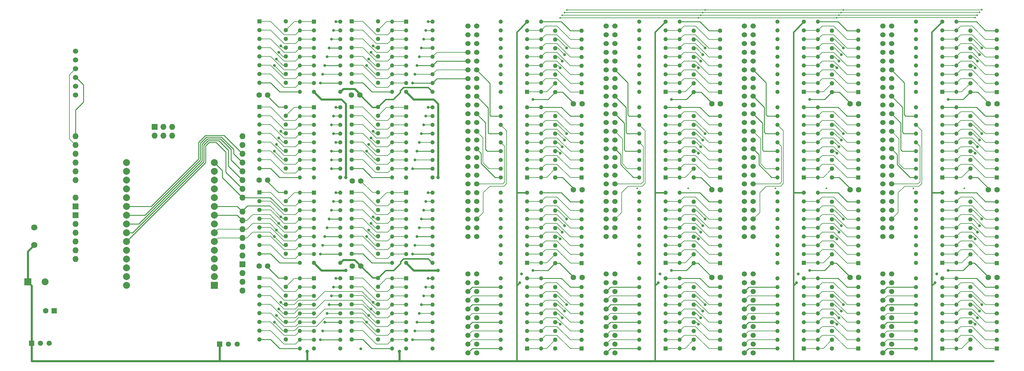
<source format=gtl>
%TF.GenerationSoftware,KiCad,Pcbnew,(7.0.0)*%
%TF.CreationDate,2023-03-13T22:40:24-04:00*%
%TF.ProjectId,luminator,6c756d69-6e61-4746-9f72-2e6b69636164,rev?*%
%TF.SameCoordinates,Original*%
%TF.FileFunction,Copper,L1,Top*%
%TF.FilePolarity,Positive*%
%FSLAX46Y46*%
G04 Gerber Fmt 4.6, Leading zero omitted, Abs format (unit mm)*
G04 Created by KiCad (PCBNEW (7.0.0)) date 2023-03-13 22:40:24*
%MOMM*%
%LPD*%
G01*
G04 APERTURE LIST*
%TA.AperFunction,ComponentPad*%
%ADD10C,1.600000*%
%TD*%
%TA.AperFunction,ComponentPad*%
%ADD11R,1.295400X1.295400*%
%TD*%
%TA.AperFunction,ComponentPad*%
%ADD12C,1.295400*%
%TD*%
%TA.AperFunction,ComponentPad*%
%ADD13R,1.227074X1.227074*%
%TD*%
%TA.AperFunction,ComponentPad*%
%ADD14C,1.227074*%
%TD*%
%TA.AperFunction,ComponentPad*%
%ADD15R,1.600000X1.600000*%
%TD*%
%TA.AperFunction,ComponentPad*%
%ADD16C,1.200000*%
%TD*%
%TA.AperFunction,ComponentPad*%
%ADD17C,1.498600*%
%TD*%
%TA.AperFunction,ComponentPad*%
%ADD18C,1.524000*%
%TD*%
%TA.AperFunction,ComponentPad*%
%ADD19R,2.000000X2.000000*%
%TD*%
%TA.AperFunction,ComponentPad*%
%ADD20C,2.000000*%
%TD*%
%TA.AperFunction,ComponentPad*%
%ADD21R,1.508000X1.508000*%
%TD*%
%TA.AperFunction,ComponentPad*%
%ADD22C,1.508000*%
%TD*%
%TA.AperFunction,ComponentPad*%
%ADD23C,1.803400*%
%TD*%
%TA.AperFunction,ComponentPad*%
%ADD24O,1.727200X1.727200*%
%TD*%
%TA.AperFunction,ComponentPad*%
%ADD25R,1.727200X1.727200*%
%TD*%
%TA.AperFunction,ViaPad*%
%ADD26C,0.800000*%
%TD*%
%TA.AperFunction,ViaPad*%
%ADD27C,1.000000*%
%TD*%
%TA.AperFunction,ViaPad*%
%ADD28C,0.500000*%
%TD*%
%TA.AperFunction,Conductor*%
%ADD29C,0.200000*%
%TD*%
%TA.AperFunction,Conductor*%
%ADD30C,0.400000*%
%TD*%
%TA.AperFunction,Conductor*%
%ADD31C,0.250000*%
%TD*%
%TA.AperFunction,Conductor*%
%ADD32C,0.600000*%
%TD*%
G04 APERTURE END LIST*
D10*
X240538000Y-98806000D03*
X238038000Y-98806000D03*
D11*
X133921499Y-74231499D03*
D12*
X133921500Y-76771500D03*
X133921500Y-79311500D03*
X133921500Y-81851500D03*
X133921500Y-84391500D03*
X133921500Y-86931500D03*
X133921500Y-89471500D03*
X133921500Y-92011500D03*
X141541500Y-92011500D03*
X141541500Y-89471500D03*
X141541500Y-86931500D03*
X141541500Y-84391500D03*
X141541500Y-81851500D03*
X141541500Y-79311500D03*
X141541500Y-76771500D03*
X141541500Y-74231500D03*
D13*
X224682999Y-45084999D03*
D14*
X224683000Y-42545000D03*
X224683000Y-40005000D03*
X224683000Y-37465000D03*
X224683000Y-34925000D03*
X224683000Y-32385000D03*
X224683000Y-29845000D03*
X224683000Y-27305000D03*
X224683000Y-24765000D03*
X217063000Y-24765000D03*
X217063000Y-27305000D03*
X217063000Y-29845000D03*
X217063000Y-32385000D03*
X217063000Y-34925000D03*
X217063000Y-37465000D03*
X217063000Y-40005000D03*
X217063000Y-42545000D03*
X217063000Y-45085000D03*
D11*
X320428299Y-119443499D03*
D12*
X320428300Y-116903500D03*
X320428300Y-114363500D03*
X320428300Y-111823500D03*
X320428300Y-109283500D03*
X320428300Y-106743500D03*
X320428300Y-104203500D03*
X320428300Y-101663500D03*
X312808300Y-101663500D03*
X312808300Y-104203500D03*
X312808300Y-106743500D03*
X312808300Y-109283500D03*
X312808300Y-111823500D03*
X312808300Y-114363500D03*
X312808300Y-116903500D03*
X312808300Y-119443500D03*
D10*
X200533000Y-73406000D03*
X198033000Y-73406000D03*
D15*
X47941112Y-108457999D03*
D10*
X45441113Y-108458000D03*
X240538000Y-73406000D03*
X238038000Y-73406000D03*
D13*
X224682999Y-119379999D03*
D14*
X224683000Y-116840000D03*
X224683000Y-114300000D03*
X224683000Y-111760000D03*
X224683000Y-109220000D03*
X224683000Y-106680000D03*
X224683000Y-104140000D03*
X224683000Y-101600000D03*
X224683000Y-99060000D03*
X217063000Y-99060000D03*
X217063000Y-101600000D03*
X217063000Y-104140000D03*
X217063000Y-106680000D03*
X217063000Y-109220000D03*
X217063000Y-111760000D03*
X217063000Y-114300000D03*
X217063000Y-116840000D03*
X217063000Y-119380000D03*
D16*
X228747000Y-99060000D03*
X228747000Y-101600000D03*
X228747000Y-104140000D03*
X228747000Y-106680000D03*
X228747000Y-109220000D03*
X228747000Y-111760000D03*
X228747000Y-114300000D03*
X228747000Y-116840000D03*
X228747000Y-119380000D03*
D17*
X290055300Y-120650000D03*
X287515300Y-120650000D03*
X290055300Y-118110000D03*
X287515300Y-118110000D03*
X290055300Y-115570000D03*
X287515300Y-115570000D03*
X290055300Y-113030000D03*
X287515300Y-113030000D03*
X290055300Y-110490000D03*
X287515300Y-110490000D03*
X290055300Y-107950000D03*
X287515300Y-107950000D03*
X290055300Y-105410000D03*
X287515300Y-105410000D03*
X290055300Y-102870000D03*
X287515300Y-102870000D03*
X290055300Y-100330000D03*
X287515300Y-100330000D03*
X290055300Y-97790000D03*
X287515300Y-97790000D03*
D10*
X107144500Y-70612000D03*
X109644500Y-70612000D03*
D16*
X118935500Y-119380000D03*
X118935500Y-116840000D03*
X118935500Y-114300000D03*
X118935500Y-111760000D03*
X118935500Y-109220000D03*
X118935500Y-106680000D03*
X118935500Y-104140000D03*
X118935500Y-101600000D03*
X118935500Y-99060000D03*
D18*
X250050300Y-86995000D03*
X247510300Y-86995000D03*
X250050300Y-84455000D03*
X247510300Y-84455000D03*
X250050300Y-81915000D03*
X247510300Y-81915000D03*
X250050300Y-79375000D03*
X247510300Y-79375000D03*
X250050300Y-76835000D03*
X247510300Y-76835000D03*
X250050300Y-74295000D03*
X247510300Y-74295000D03*
X250050300Y-71755000D03*
X247510300Y-71755000D03*
X250050300Y-69215000D03*
X247510300Y-69215000D03*
X250050300Y-66675000D03*
X247510300Y-66675000D03*
X250050300Y-64135000D03*
X247510300Y-64135000D03*
X250050300Y-61595000D03*
X247510300Y-61595000D03*
X250050300Y-59055000D03*
X247510300Y-59055000D03*
X250050300Y-56515000D03*
X247510300Y-56515000D03*
X250050300Y-53975000D03*
X247510300Y-53975000D03*
X250050300Y-51435000D03*
X247510300Y-51435000D03*
X250050300Y-48895000D03*
X247510300Y-48895000D03*
X250050300Y-46355000D03*
X247510300Y-46355000D03*
X250050300Y-43815000D03*
X247510300Y-43815000D03*
X250050300Y-41275000D03*
X247510300Y-41275000D03*
X250050300Y-38735000D03*
X247510300Y-38735000D03*
X250050300Y-36195000D03*
X247510300Y-36195000D03*
X250050300Y-33655000D03*
X247510300Y-33655000D03*
X250050300Y-31115000D03*
X247510300Y-31115000D03*
X250050300Y-28575000D03*
X247510300Y-28575000D03*
X250050300Y-26035000D03*
X247510300Y-26035000D03*
D17*
X210058000Y-120650000D03*
X207518000Y-120650000D03*
X210058000Y-118110000D03*
X207518000Y-118110000D03*
X210058000Y-115570000D03*
X207518000Y-115570000D03*
X210058000Y-113030000D03*
X207518000Y-113030000D03*
X210058000Y-110490000D03*
X207518000Y-110490000D03*
X210058000Y-107950000D03*
X207518000Y-107950000D03*
X210058000Y-105410000D03*
X207518000Y-105410000D03*
X210058000Y-102870000D03*
X207518000Y-102870000D03*
X210058000Y-100330000D03*
X207518000Y-100330000D03*
X210058000Y-97790000D03*
X207518000Y-97790000D03*
D11*
X200425999Y-45148499D03*
D12*
X200426000Y-42608500D03*
X200426000Y-40068500D03*
X200426000Y-37528500D03*
X200426000Y-34988500D03*
X200426000Y-32448500D03*
X200426000Y-29908500D03*
X200426000Y-27368500D03*
X192806000Y-27368500D03*
X192806000Y-29908500D03*
X192806000Y-32448500D03*
X192806000Y-34988500D03*
X192806000Y-37528500D03*
X192806000Y-40068500D03*
X192806000Y-42608500D03*
X192806000Y-45148500D03*
D11*
X280423299Y-119443499D03*
D12*
X280423300Y-116903500D03*
X280423300Y-114363500D03*
X280423300Y-111823500D03*
X280423300Y-109283500D03*
X280423300Y-106743500D03*
X280423300Y-104203500D03*
X280423300Y-101663500D03*
X272803300Y-101663500D03*
X272803300Y-104203500D03*
X272803300Y-106743500D03*
X272803300Y-109283500D03*
X272803300Y-111823500D03*
X272803300Y-114363500D03*
X272803300Y-116903500D03*
X272803300Y-119443500D03*
D16*
X268739300Y-24765000D03*
X268739300Y-27305000D03*
X268739300Y-29845000D03*
X268739300Y-32385000D03*
X268739300Y-34925000D03*
X268739300Y-37465000D03*
X268739300Y-40005000D03*
X268739300Y-42545000D03*
X268739300Y-45085000D03*
D10*
X133814500Y-45974000D03*
X136314500Y-45974000D03*
D11*
X280423299Y-45148499D03*
D12*
X280423300Y-42608500D03*
X280423300Y-40068500D03*
X280423300Y-37528500D03*
X280423300Y-34988500D03*
X280423300Y-32448500D03*
X280423300Y-29908500D03*
X280423300Y-27368500D03*
X272803300Y-27368500D03*
X272803300Y-29908500D03*
X272803300Y-32448500D03*
X272803300Y-34988500D03*
X272803300Y-37528500D03*
X272803300Y-40068500D03*
X272803300Y-42608500D03*
X272803300Y-45148500D03*
D10*
X240538000Y-48514000D03*
X238038000Y-48514000D03*
D13*
X122999499Y-74294999D03*
D14*
X122999500Y-76835000D03*
X122999500Y-79375000D03*
X122999500Y-81915000D03*
X122999500Y-84455000D03*
X122999500Y-86995000D03*
X122999500Y-89535000D03*
X122999500Y-92075000D03*
X122999500Y-94615000D03*
X130619500Y-94615000D03*
X130619500Y-92075000D03*
X130619500Y-89535000D03*
X130619500Y-86995000D03*
X130619500Y-84455000D03*
X130619500Y-81915000D03*
X130619500Y-79375000D03*
X130619500Y-76835000D03*
X130619500Y-74295000D03*
D13*
X304680299Y-119379999D03*
D14*
X304680300Y-116840000D03*
X304680300Y-114300000D03*
X304680300Y-111760000D03*
X304680300Y-109220000D03*
X304680300Y-106680000D03*
X304680300Y-104140000D03*
X304680300Y-101600000D03*
X304680300Y-99060000D03*
X297060300Y-99060000D03*
X297060300Y-101600000D03*
X297060300Y-104140000D03*
X297060300Y-106680000D03*
X297060300Y-109220000D03*
X297060300Y-111760000D03*
X297060300Y-114300000D03*
X297060300Y-116840000D03*
X297060300Y-119380000D03*
D13*
X304680299Y-69849999D03*
D14*
X304680300Y-67310000D03*
X304680300Y-64770000D03*
X304680300Y-62230000D03*
X304680300Y-59690000D03*
X304680300Y-57150000D03*
X304680300Y-54610000D03*
X304680300Y-52070000D03*
X304680300Y-49530000D03*
X297060300Y-49530000D03*
X297060300Y-52070000D03*
X297060300Y-54610000D03*
X297060300Y-57150000D03*
X297060300Y-59690000D03*
X297060300Y-62230000D03*
X297060300Y-64770000D03*
X297060300Y-67310000D03*
X297060300Y-69850000D03*
D10*
X200533000Y-98806000D03*
X198033000Y-98806000D03*
D17*
X250050300Y-120650000D03*
X247510300Y-120650000D03*
X250050300Y-118110000D03*
X247510300Y-118110000D03*
X250050300Y-115570000D03*
X247510300Y-115570000D03*
X250050300Y-113030000D03*
X247510300Y-113030000D03*
X250050300Y-110490000D03*
X247510300Y-110490000D03*
X250050300Y-107950000D03*
X247510300Y-107950000D03*
X250050300Y-105410000D03*
X247510300Y-105410000D03*
X250050300Y-102870000D03*
X247510300Y-102870000D03*
X250050300Y-100330000D03*
X247510300Y-100330000D03*
X250050300Y-97790000D03*
X247510300Y-97790000D03*
D10*
X280530300Y-73406000D03*
X278030300Y-73406000D03*
D11*
X240430999Y-69913499D03*
D12*
X240431000Y-67373500D03*
X240431000Y-64833500D03*
X240431000Y-62293500D03*
X240431000Y-59753500D03*
X240431000Y-57213500D03*
X240431000Y-54673500D03*
X240431000Y-52133500D03*
X232811000Y-52133500D03*
X232811000Y-54673500D03*
X232811000Y-57213500D03*
X232811000Y-59753500D03*
X232811000Y-62293500D03*
X232811000Y-64833500D03*
X232811000Y-67373500D03*
X232811000Y-69913500D03*
D16*
X268739300Y-99060000D03*
X268739300Y-101600000D03*
X268739300Y-104140000D03*
X268739300Y-106680000D03*
X268739300Y-109220000D03*
X268739300Y-111760000D03*
X268739300Y-114300000D03*
X268739300Y-116840000D03*
X268739300Y-119380000D03*
X308744300Y-49530000D03*
X308744300Y-52070000D03*
X308744300Y-54610000D03*
X308744300Y-57150000D03*
X308744300Y-59690000D03*
X308744300Y-62230000D03*
X308744300Y-64770000D03*
X308744300Y-67310000D03*
X308744300Y-69850000D03*
D13*
X149669499Y-49529999D03*
D14*
X149669500Y-52070000D03*
X149669500Y-54610000D03*
X149669500Y-57150000D03*
X149669500Y-59690000D03*
X149669500Y-62230000D03*
X149669500Y-64770000D03*
X149669500Y-67310000D03*
X149669500Y-69850000D03*
X157289500Y-69850000D03*
X157289500Y-67310000D03*
X157289500Y-64770000D03*
X157289500Y-62230000D03*
X157289500Y-59690000D03*
X157289500Y-57150000D03*
X157289500Y-54610000D03*
X157289500Y-52070000D03*
X157289500Y-49530000D03*
D11*
X107251499Y-98996499D03*
D12*
X107251500Y-101536500D03*
X107251500Y-104076500D03*
X107251500Y-106616500D03*
X107251500Y-109156500D03*
X107251500Y-111696500D03*
X107251500Y-114236500D03*
X107251500Y-116776500D03*
X114871500Y-116776500D03*
X114871500Y-114236500D03*
X114871500Y-111696500D03*
X114871500Y-109156500D03*
X114871500Y-106616500D03*
X114871500Y-104076500D03*
X114871500Y-101536500D03*
X114871500Y-98996500D03*
D11*
X200425999Y-69913499D03*
D12*
X200426000Y-67373500D03*
X200426000Y-64833500D03*
X200426000Y-62293500D03*
X200426000Y-59753500D03*
X200426000Y-57213500D03*
X200426000Y-54673500D03*
X200426000Y-52133500D03*
X192806000Y-52133500D03*
X192806000Y-54673500D03*
X192806000Y-57213500D03*
X192806000Y-59753500D03*
X192806000Y-62293500D03*
X192806000Y-64833500D03*
X192806000Y-67373500D03*
X192806000Y-69913500D03*
D19*
X94233999Y-101112999D03*
D20*
X94234000Y-98573000D03*
X94234000Y-96033000D03*
X94234000Y-93493000D03*
X94234000Y-90953000D03*
X94234000Y-88413000D03*
X94234000Y-85873000D03*
X94234000Y-83333000D03*
X94234000Y-80793000D03*
X94234000Y-78253000D03*
X94234000Y-75713000D03*
X94234000Y-73173000D03*
X94234000Y-70633000D03*
X94234000Y-68093000D03*
X94234000Y-65553000D03*
X68834000Y-65553000D03*
X68834000Y-68093000D03*
X68834000Y-70633000D03*
X68834000Y-73173000D03*
X68834000Y-75713000D03*
X68834000Y-78253000D03*
X68834000Y-80793000D03*
X68834000Y-83333000D03*
X68834000Y-85873000D03*
X68834000Y-88413000D03*
X68834000Y-90953000D03*
X68834000Y-93493000D03*
X68834000Y-96033000D03*
X68834000Y-98573000D03*
X68834000Y-101113000D03*
D13*
X122999499Y-49529999D03*
D14*
X122999500Y-52070000D03*
X122999500Y-54610000D03*
X122999500Y-57150000D03*
X122999500Y-59690000D03*
X122999500Y-62230000D03*
X122999500Y-64770000D03*
X122999500Y-67310000D03*
X122999500Y-69850000D03*
X130619500Y-69850000D03*
X130619500Y-67310000D03*
X130619500Y-64770000D03*
X130619500Y-62230000D03*
X130619500Y-59690000D03*
X130619500Y-57150000D03*
X130619500Y-54610000D03*
X130619500Y-52070000D03*
X130619500Y-49530000D03*
D11*
X240430999Y-45148499D03*
D12*
X240431000Y-42608500D03*
X240431000Y-40068500D03*
X240431000Y-37528500D03*
X240431000Y-34988500D03*
X240431000Y-32448500D03*
X240431000Y-29908500D03*
X240431000Y-27368500D03*
X232811000Y-27368500D03*
X232811000Y-29908500D03*
X232811000Y-32448500D03*
X232811000Y-34988500D03*
X232811000Y-37528500D03*
X232811000Y-40068500D03*
X232811000Y-42608500D03*
X232811000Y-45148500D03*
D11*
X133921499Y-24701499D03*
D12*
X133921500Y-27241500D03*
X133921500Y-29781500D03*
X133921500Y-32321500D03*
X133921500Y-34861500D03*
X133921500Y-37401500D03*
X133921500Y-39941500D03*
X133921500Y-42481500D03*
X141541500Y-42481500D03*
X141541500Y-39941500D03*
X141541500Y-37401500D03*
X141541500Y-34861500D03*
X141541500Y-32321500D03*
X141541500Y-29781500D03*
X141541500Y-27241500D03*
X141541500Y-24701500D03*
D16*
X188742000Y-99060000D03*
X188742000Y-101600000D03*
X188742000Y-104140000D03*
X188742000Y-106680000D03*
X188742000Y-109220000D03*
X188742000Y-111760000D03*
X188742000Y-114300000D03*
X188742000Y-116840000D03*
X188742000Y-119380000D03*
X188742000Y-74295000D03*
X188742000Y-76835000D03*
X188742000Y-79375000D03*
X188742000Y-81915000D03*
X188742000Y-84455000D03*
X188742000Y-86995000D03*
X188742000Y-89535000D03*
X188742000Y-92075000D03*
X188742000Y-94615000D03*
X145605500Y-45085000D03*
X145605500Y-42545000D03*
X145605500Y-40005000D03*
X145605500Y-37465000D03*
X145605500Y-34925000D03*
X145605500Y-32385000D03*
X145605500Y-29845000D03*
X145605500Y-27305000D03*
X145605500Y-24765000D03*
X145605500Y-119380000D03*
X145605500Y-116840000D03*
X145605500Y-114300000D03*
X145605500Y-111760000D03*
X145605500Y-109220000D03*
X145605500Y-106680000D03*
X145605500Y-104140000D03*
X145605500Y-101600000D03*
X145605500Y-99060000D03*
D10*
X320535300Y-98806000D03*
X318035300Y-98806000D03*
D16*
X228747000Y-24765000D03*
X228747000Y-27305000D03*
X228747000Y-29845000D03*
X228747000Y-32385000D03*
X228747000Y-34925000D03*
X228747000Y-37465000D03*
X228747000Y-40005000D03*
X228747000Y-42545000D03*
X228747000Y-45085000D03*
D13*
X149669499Y-24764999D03*
D14*
X149669500Y-27305000D03*
X149669500Y-29845000D03*
X149669500Y-32385000D03*
X149669500Y-34925000D03*
X149669500Y-37465000D03*
X149669500Y-40005000D03*
X149669500Y-42545000D03*
X149669500Y-45085000D03*
X157289500Y-45085000D03*
X157289500Y-42545000D03*
X157289500Y-40005000D03*
X157289500Y-37465000D03*
X157289500Y-34925000D03*
X157289500Y-32385000D03*
X157289500Y-29845000D03*
X157289500Y-27305000D03*
X157289500Y-24765000D03*
D13*
X264675299Y-69849999D03*
D14*
X264675300Y-67310000D03*
X264675300Y-64770000D03*
X264675300Y-62230000D03*
X264675300Y-59690000D03*
X264675300Y-57150000D03*
X264675300Y-54610000D03*
X264675300Y-52070000D03*
X264675300Y-49530000D03*
X257055300Y-49530000D03*
X257055300Y-52070000D03*
X257055300Y-54610000D03*
X257055300Y-57150000D03*
X257055300Y-59690000D03*
X257055300Y-62230000D03*
X257055300Y-64770000D03*
X257055300Y-67310000D03*
X257055300Y-69850000D03*
D13*
X184677999Y-94614999D03*
D14*
X184678000Y-92075000D03*
X184678000Y-89535000D03*
X184678000Y-86995000D03*
X184678000Y-84455000D03*
X184678000Y-81915000D03*
X184678000Y-79375000D03*
X184678000Y-76835000D03*
X184678000Y-74295000D03*
X177058000Y-74295000D03*
X177058000Y-76835000D03*
X177058000Y-79375000D03*
X177058000Y-81915000D03*
X177058000Y-84455000D03*
X177058000Y-86995000D03*
X177058000Y-89535000D03*
X177058000Y-92075000D03*
X177058000Y-94615000D03*
D10*
X134068500Y-70866000D03*
X136568500Y-70866000D03*
D11*
X240430999Y-119443499D03*
D12*
X240431000Y-116903500D03*
X240431000Y-114363500D03*
X240431000Y-111823500D03*
X240431000Y-109283500D03*
X240431000Y-106743500D03*
X240431000Y-104203500D03*
X240431000Y-101663500D03*
X232811000Y-101663500D03*
X232811000Y-104203500D03*
X232811000Y-106743500D03*
X232811000Y-109283500D03*
X232811000Y-111823500D03*
X232811000Y-114363500D03*
X232811000Y-116903500D03*
X232811000Y-119443500D03*
D13*
X149669499Y-99059999D03*
D14*
X149669500Y-101600000D03*
X149669500Y-104140000D03*
X149669500Y-106680000D03*
X149669500Y-109220000D03*
X149669500Y-111760000D03*
X149669500Y-114300000D03*
X149669500Y-116840000D03*
X149669500Y-119380000D03*
X157289500Y-119380000D03*
X157289500Y-116840000D03*
X157289500Y-114300000D03*
X157289500Y-111760000D03*
X157289500Y-109220000D03*
X157289500Y-106680000D03*
X157289500Y-104140000D03*
X157289500Y-101600000D03*
X157289500Y-99060000D03*
D18*
X210058000Y-86995000D03*
X207518000Y-86995000D03*
X210058000Y-84455000D03*
X207518000Y-84455000D03*
X210058000Y-81915000D03*
X207518000Y-81915000D03*
X210058000Y-79375000D03*
X207518000Y-79375000D03*
X210058000Y-76835000D03*
X207518000Y-76835000D03*
X210058000Y-74295000D03*
X207518000Y-74295000D03*
X210058000Y-71755000D03*
X207518000Y-71755000D03*
X210058000Y-69215000D03*
X207518000Y-69215000D03*
X210058000Y-66675000D03*
X207518000Y-66675000D03*
X210058000Y-64135000D03*
X207518000Y-64135000D03*
X210058000Y-61595000D03*
X207518000Y-61595000D03*
X210058000Y-59055000D03*
X207518000Y-59055000D03*
X210058000Y-56515000D03*
X207518000Y-56515000D03*
X210058000Y-53975000D03*
X207518000Y-53975000D03*
X210058000Y-51435000D03*
X207518000Y-51435000D03*
X210058000Y-48895000D03*
X207518000Y-48895000D03*
X210058000Y-46355000D03*
X207518000Y-46355000D03*
X210058000Y-43815000D03*
X207518000Y-43815000D03*
X210058000Y-41275000D03*
X207518000Y-41275000D03*
X210058000Y-38735000D03*
X207518000Y-38735000D03*
X210058000Y-36195000D03*
X207518000Y-36195000D03*
X210058000Y-33655000D03*
X207518000Y-33655000D03*
X210058000Y-31115000D03*
X207518000Y-31115000D03*
X210058000Y-28575000D03*
X207518000Y-28575000D03*
X210058000Y-26035000D03*
X207518000Y-26035000D03*
D13*
X264675299Y-45084999D03*
D14*
X264675300Y-42545000D03*
X264675300Y-40005000D03*
X264675300Y-37465000D03*
X264675300Y-34925000D03*
X264675300Y-32385000D03*
X264675300Y-29845000D03*
X264675300Y-27305000D03*
X264675300Y-24765000D03*
X257055300Y-24765000D03*
X257055300Y-27305000D03*
X257055300Y-29845000D03*
X257055300Y-32385000D03*
X257055300Y-34925000D03*
X257055300Y-37465000D03*
X257055300Y-40005000D03*
X257055300Y-42545000D03*
X257055300Y-45085000D03*
D13*
X184677999Y-119379999D03*
D14*
X184678000Y-116840000D03*
X184678000Y-114300000D03*
X184678000Y-111760000D03*
X184678000Y-109220000D03*
X184678000Y-106680000D03*
X184678000Y-104140000D03*
X184678000Y-101600000D03*
X184678000Y-99060000D03*
X177058000Y-99060000D03*
X177058000Y-101600000D03*
X177058000Y-104140000D03*
X177058000Y-106680000D03*
X177058000Y-109220000D03*
X177058000Y-111760000D03*
X177058000Y-114300000D03*
X177058000Y-116840000D03*
X177058000Y-119380000D03*
D11*
X320428299Y-45148499D03*
D12*
X320428300Y-42608500D03*
X320428300Y-40068500D03*
X320428300Y-37528500D03*
X320428300Y-34988500D03*
X320428300Y-32448500D03*
X320428300Y-29908500D03*
X320428300Y-27368500D03*
X312808300Y-27368500D03*
X312808300Y-29908500D03*
X312808300Y-32448500D03*
X312808300Y-34988500D03*
X312808300Y-37528500D03*
X312808300Y-40068500D03*
X312808300Y-42608500D03*
X312808300Y-45148500D03*
D10*
X107144500Y-45974000D03*
X109644500Y-45974000D03*
D21*
X41401999Y-117855999D03*
D22*
X43942000Y-117856000D03*
X46482000Y-117856000D03*
D16*
X308744300Y-24765000D03*
X308744300Y-27305000D03*
X308744300Y-29845000D03*
X308744300Y-32385000D03*
X308744300Y-34925000D03*
X308744300Y-37465000D03*
X308744300Y-40005000D03*
X308744300Y-42545000D03*
X308744300Y-45085000D03*
D13*
X149669499Y-74294999D03*
D14*
X149669500Y-76835000D03*
X149669500Y-79375000D03*
X149669500Y-81915000D03*
X149669500Y-84455000D03*
X149669500Y-86995000D03*
X149669500Y-89535000D03*
X149669500Y-92075000D03*
X149669500Y-94615000D03*
X157289500Y-94615000D03*
X157289500Y-92075000D03*
X157289500Y-89535000D03*
X157289500Y-86995000D03*
X157289500Y-84455000D03*
X157289500Y-81915000D03*
X157289500Y-79375000D03*
X157289500Y-76835000D03*
X157289500Y-74295000D03*
D10*
X280530300Y-48514000D03*
X278030300Y-48514000D03*
D23*
X42164000Y-84328000D03*
X42164000Y-89408000D03*
D13*
X224682999Y-94614999D03*
D14*
X224683000Y-92075000D03*
X224683000Y-89535000D03*
X224683000Y-86995000D03*
X224683000Y-84455000D03*
X224683000Y-81915000D03*
X224683000Y-79375000D03*
X224683000Y-76835000D03*
X224683000Y-74295000D03*
X217063000Y-74295000D03*
X217063000Y-76835000D03*
X217063000Y-79375000D03*
X217063000Y-81915000D03*
X217063000Y-84455000D03*
X217063000Y-86995000D03*
X217063000Y-89535000D03*
X217063000Y-92075000D03*
X217063000Y-94615000D03*
D11*
X133921499Y-49466499D03*
D12*
X133921500Y-52006500D03*
X133921500Y-54546500D03*
X133921500Y-57086500D03*
X133921500Y-59626500D03*
X133921500Y-62166500D03*
X133921500Y-64706500D03*
X133921500Y-67246500D03*
X141541500Y-67246500D03*
X141541500Y-64706500D03*
X141541500Y-62166500D03*
X141541500Y-59626500D03*
X141541500Y-57086500D03*
X141541500Y-54546500D03*
X141541500Y-52006500D03*
X141541500Y-49466500D03*
D11*
X200425999Y-94678499D03*
D12*
X200426000Y-92138500D03*
X200426000Y-89598500D03*
X200426000Y-87058500D03*
X200426000Y-84518500D03*
X200426000Y-81978500D03*
X200426000Y-79438500D03*
X200426000Y-76898500D03*
X192806000Y-76898500D03*
X192806000Y-79438500D03*
X192806000Y-81978500D03*
X192806000Y-84518500D03*
X192806000Y-87058500D03*
X192806000Y-89598500D03*
X192806000Y-92138500D03*
X192806000Y-94678500D03*
D10*
X280530300Y-98806000D03*
X278030300Y-98806000D03*
D18*
X290055300Y-86995000D03*
X287515300Y-86995000D03*
X290055300Y-84455000D03*
X287515300Y-84455000D03*
X290055300Y-81915000D03*
X287515300Y-81915000D03*
X290055300Y-79375000D03*
X287515300Y-79375000D03*
X290055300Y-76835000D03*
X287515300Y-76835000D03*
X290055300Y-74295000D03*
X287515300Y-74295000D03*
X290055300Y-71755000D03*
X287515300Y-71755000D03*
X290055300Y-69215000D03*
X287515300Y-69215000D03*
X290055300Y-66675000D03*
X287515300Y-66675000D03*
X290055300Y-64135000D03*
X287515300Y-64135000D03*
X290055300Y-61595000D03*
X287515300Y-61595000D03*
X290055300Y-59055000D03*
X287515300Y-59055000D03*
X290055300Y-56515000D03*
X287515300Y-56515000D03*
X290055300Y-53975000D03*
X287515300Y-53975000D03*
X290055300Y-51435000D03*
X287515300Y-51435000D03*
X290055300Y-48895000D03*
X287515300Y-48895000D03*
X290055300Y-46355000D03*
X287515300Y-46355000D03*
X290055300Y-43815000D03*
X287515300Y-43815000D03*
X290055300Y-41275000D03*
X287515300Y-41275000D03*
X290055300Y-38735000D03*
X287515300Y-38735000D03*
X290055300Y-36195000D03*
X287515300Y-36195000D03*
X290055300Y-33655000D03*
X287515300Y-33655000D03*
X290055300Y-31115000D03*
X287515300Y-31115000D03*
X290055300Y-28575000D03*
X287515300Y-28575000D03*
X290055300Y-26035000D03*
X287515300Y-26035000D03*
D11*
X280423299Y-94678499D03*
D12*
X280423300Y-92138500D03*
X280423300Y-89598500D03*
X280423300Y-87058500D03*
X280423300Y-84518500D03*
X280423300Y-81978500D03*
X280423300Y-79438500D03*
X280423300Y-76898500D03*
X272803300Y-76898500D03*
X272803300Y-79438500D03*
X272803300Y-81978500D03*
X272803300Y-84518500D03*
X272803300Y-87058500D03*
X272803300Y-89598500D03*
X272803300Y-92138500D03*
X272803300Y-94678500D03*
D16*
X228747000Y-74295000D03*
X228747000Y-76835000D03*
X228747000Y-79375000D03*
X228747000Y-81915000D03*
X228747000Y-84455000D03*
X228747000Y-86995000D03*
X228747000Y-89535000D03*
X228747000Y-92075000D03*
X228747000Y-94615000D03*
D11*
X320428299Y-69913499D03*
D12*
X320428300Y-67373500D03*
X320428300Y-64833500D03*
X320428300Y-62293500D03*
X320428300Y-59753500D03*
X320428300Y-57213500D03*
X320428300Y-54673500D03*
X320428300Y-52133500D03*
X312808300Y-52133500D03*
X312808300Y-54673500D03*
X312808300Y-57213500D03*
X312808300Y-59753500D03*
X312808300Y-62293500D03*
X312808300Y-64833500D03*
X312808300Y-67373500D03*
X312808300Y-69913500D03*
D10*
X320535300Y-73406000D03*
X318035300Y-73406000D03*
X320535300Y-48514000D03*
X318035300Y-48514000D03*
D13*
X224682999Y-69849999D03*
D14*
X224683000Y-67310000D03*
X224683000Y-64770000D03*
X224683000Y-62230000D03*
X224683000Y-59690000D03*
X224683000Y-57150000D03*
X224683000Y-54610000D03*
X224683000Y-52070000D03*
X224683000Y-49530000D03*
X217063000Y-49530000D03*
X217063000Y-52070000D03*
X217063000Y-54610000D03*
X217063000Y-57150000D03*
X217063000Y-59690000D03*
X217063000Y-62230000D03*
X217063000Y-64770000D03*
X217063000Y-67310000D03*
X217063000Y-69850000D03*
D16*
X118935500Y-45085000D03*
X118935500Y-42545000D03*
X118935500Y-40005000D03*
X118935500Y-37465000D03*
X118935500Y-34925000D03*
X118935500Y-32385000D03*
X118935500Y-29845000D03*
X118935500Y-27305000D03*
X118935500Y-24765000D03*
D13*
X122999499Y-99059999D03*
D14*
X122999500Y-101600000D03*
X122999500Y-104140000D03*
X122999500Y-106680000D03*
X122999500Y-109220000D03*
X122999500Y-111760000D03*
X122999500Y-114300000D03*
X122999500Y-116840000D03*
X122999500Y-119380000D03*
X130619500Y-119380000D03*
X130619500Y-116840000D03*
X130619500Y-114300000D03*
X130619500Y-111760000D03*
X130619500Y-109220000D03*
X130619500Y-106680000D03*
X130619500Y-104140000D03*
X130619500Y-101600000D03*
X130619500Y-99060000D03*
D10*
X134068500Y-95504000D03*
X136568500Y-95504000D03*
D13*
X184677999Y-69849999D03*
D14*
X184678000Y-67310000D03*
X184678000Y-64770000D03*
X184678000Y-62230000D03*
X184678000Y-59690000D03*
X184678000Y-57150000D03*
X184678000Y-54610000D03*
X184678000Y-52070000D03*
X184678000Y-49530000D03*
X177058000Y-49530000D03*
X177058000Y-52070000D03*
X177058000Y-54610000D03*
X177058000Y-57150000D03*
X177058000Y-59690000D03*
X177058000Y-62230000D03*
X177058000Y-64770000D03*
X177058000Y-67310000D03*
X177058000Y-69850000D03*
D16*
X228747000Y-49530000D03*
X228747000Y-52070000D03*
X228747000Y-54610000D03*
X228747000Y-57150000D03*
X228747000Y-59690000D03*
X228747000Y-62230000D03*
X228747000Y-64770000D03*
X228747000Y-67310000D03*
X228747000Y-69850000D03*
D11*
X200425999Y-119443499D03*
D12*
X200426000Y-116903500D03*
X200426000Y-114363500D03*
X200426000Y-111823500D03*
X200426000Y-109283500D03*
X200426000Y-106743500D03*
X200426000Y-104203500D03*
X200426000Y-101663500D03*
X192806000Y-101663500D03*
X192806000Y-104203500D03*
X192806000Y-106743500D03*
X192806000Y-109283500D03*
X192806000Y-111823500D03*
X192806000Y-114363500D03*
X192806000Y-116903500D03*
X192806000Y-119443500D03*
D16*
X308744300Y-74295000D03*
X308744300Y-76835000D03*
X308744300Y-79375000D03*
X308744300Y-81915000D03*
X308744300Y-84455000D03*
X308744300Y-86995000D03*
X308744300Y-89535000D03*
X308744300Y-92075000D03*
X308744300Y-94615000D03*
D11*
X320428299Y-94678499D03*
D12*
X320428300Y-92138500D03*
X320428300Y-89598500D03*
X320428300Y-87058500D03*
X320428300Y-84518500D03*
X320428300Y-81978500D03*
X320428300Y-79438500D03*
X320428300Y-76898500D03*
X312808300Y-76898500D03*
X312808300Y-79438500D03*
X312808300Y-81978500D03*
X312808300Y-84518500D03*
X312808300Y-87058500D03*
X312808300Y-89598500D03*
X312808300Y-92138500D03*
X312808300Y-94678500D03*
D21*
X95757999Y-118109999D03*
D22*
X98298000Y-118110000D03*
X100838000Y-118110000D03*
D16*
X145605500Y-69850000D03*
X145605500Y-67310000D03*
X145605500Y-64770000D03*
X145605500Y-62230000D03*
X145605500Y-59690000D03*
X145605500Y-57150000D03*
X145605500Y-54610000D03*
X145605500Y-52070000D03*
X145605500Y-49530000D03*
D13*
X264675299Y-119379999D03*
D14*
X264675300Y-116840000D03*
X264675300Y-114300000D03*
X264675300Y-111760000D03*
X264675300Y-109220000D03*
X264675300Y-106680000D03*
X264675300Y-104140000D03*
X264675300Y-101600000D03*
X264675300Y-99060000D03*
X257055300Y-99060000D03*
X257055300Y-101600000D03*
X257055300Y-104140000D03*
X257055300Y-106680000D03*
X257055300Y-109220000D03*
X257055300Y-111760000D03*
X257055300Y-114300000D03*
X257055300Y-116840000D03*
X257055300Y-119380000D03*
D10*
X200533000Y-48514000D03*
X198033000Y-48514000D03*
D16*
X308744300Y-99060000D03*
X308744300Y-101600000D03*
X308744300Y-104140000D03*
X308744300Y-106680000D03*
X308744300Y-109220000D03*
X308744300Y-111760000D03*
X308744300Y-114300000D03*
X308744300Y-116840000D03*
X308744300Y-119380000D03*
D11*
X107251499Y-24701499D03*
D12*
X107251500Y-27241500D03*
X107251500Y-29781500D03*
X107251500Y-32321500D03*
X107251500Y-34861500D03*
X107251500Y-37401500D03*
X107251500Y-39941500D03*
X107251500Y-42481500D03*
X114871500Y-42481500D03*
X114871500Y-39941500D03*
X114871500Y-37401500D03*
X114871500Y-34861500D03*
X114871500Y-32321500D03*
X114871500Y-29781500D03*
X114871500Y-27241500D03*
X114871500Y-24701500D03*
D16*
X188742000Y-24765000D03*
X188742000Y-27305000D03*
X188742000Y-29845000D03*
X188742000Y-32385000D03*
X188742000Y-34925000D03*
X188742000Y-37465000D03*
X188742000Y-40005000D03*
X188742000Y-42545000D03*
X188742000Y-45085000D03*
D17*
X170053000Y-120650000D03*
X167513000Y-120650000D03*
X170053000Y-118110000D03*
X167513000Y-118110000D03*
X170053000Y-115570000D03*
X167513000Y-115570000D03*
X170053000Y-113030000D03*
X167513000Y-113030000D03*
X170053000Y-110490000D03*
X167513000Y-110490000D03*
X170053000Y-107950000D03*
X167513000Y-107950000D03*
X170053000Y-105410000D03*
X167513000Y-105410000D03*
X170053000Y-102870000D03*
X167513000Y-102870000D03*
X170053000Y-100330000D03*
X167513000Y-100330000D03*
X170053000Y-97790000D03*
X167513000Y-97790000D03*
D13*
X264675299Y-94614999D03*
D14*
X264675300Y-92075000D03*
X264675300Y-89535000D03*
X264675300Y-86995000D03*
X264675300Y-84455000D03*
X264675300Y-81915000D03*
X264675300Y-79375000D03*
X264675300Y-76835000D03*
X264675300Y-74295000D03*
X257055300Y-74295000D03*
X257055300Y-76835000D03*
X257055300Y-79375000D03*
X257055300Y-81915000D03*
X257055300Y-84455000D03*
X257055300Y-86995000D03*
X257055300Y-89535000D03*
X257055300Y-92075000D03*
X257055300Y-94615000D03*
D16*
X268739300Y-49530000D03*
X268739300Y-52070000D03*
X268739300Y-54610000D03*
X268739300Y-57150000D03*
X268739300Y-59690000D03*
X268739300Y-62230000D03*
X268739300Y-64770000D03*
X268739300Y-67310000D03*
X268739300Y-69850000D03*
D18*
X54102000Y-45974000D03*
X54102000Y-33274000D03*
X54102000Y-40894000D03*
X54102000Y-38354000D03*
X54102000Y-43434000D03*
X54102000Y-35814000D03*
D13*
X304680299Y-94614999D03*
D14*
X304680300Y-92075000D03*
X304680300Y-89535000D03*
X304680300Y-86995000D03*
X304680300Y-84455000D03*
X304680300Y-81915000D03*
X304680300Y-79375000D03*
X304680300Y-76835000D03*
X304680300Y-74295000D03*
X297060300Y-74295000D03*
X297060300Y-76835000D03*
X297060300Y-79375000D03*
X297060300Y-81915000D03*
X297060300Y-84455000D03*
X297060300Y-86995000D03*
X297060300Y-89535000D03*
X297060300Y-92075000D03*
X297060300Y-94615000D03*
D13*
X304680299Y-45084999D03*
D14*
X304680300Y-42545000D03*
X304680300Y-40005000D03*
X304680300Y-37465000D03*
X304680300Y-34925000D03*
X304680300Y-32385000D03*
X304680300Y-29845000D03*
X304680300Y-27305000D03*
X304680300Y-24765000D03*
X297060300Y-24765000D03*
X297060300Y-27305000D03*
X297060300Y-29845000D03*
X297060300Y-32385000D03*
X297060300Y-34925000D03*
X297060300Y-37465000D03*
X297060300Y-40005000D03*
X297060300Y-42545000D03*
X297060300Y-45085000D03*
D13*
X122999499Y-24764999D03*
D14*
X122999500Y-27305000D03*
X122999500Y-29845000D03*
X122999500Y-32385000D03*
X122999500Y-34925000D03*
X122999500Y-37465000D03*
X122999500Y-40005000D03*
X122999500Y-42545000D03*
X122999500Y-45085000D03*
X130619500Y-45085000D03*
X130619500Y-42545000D03*
X130619500Y-40005000D03*
X130619500Y-37465000D03*
X130619500Y-34925000D03*
X130619500Y-32385000D03*
X130619500Y-29845000D03*
X130619500Y-27305000D03*
X130619500Y-24765000D03*
D11*
X107251499Y-74231499D03*
D12*
X107251500Y-76771500D03*
X107251500Y-79311500D03*
X107251500Y-81851500D03*
X107251500Y-84391500D03*
X107251500Y-86931500D03*
X107251500Y-89471500D03*
X107251500Y-92011500D03*
X114871500Y-92011500D03*
X114871500Y-89471500D03*
X114871500Y-86931500D03*
X114871500Y-84391500D03*
X114871500Y-81851500D03*
X114871500Y-79311500D03*
X114871500Y-76771500D03*
X114871500Y-74231500D03*
D16*
X118935500Y-94615000D03*
X118935500Y-92075000D03*
X118935500Y-89535000D03*
X118935500Y-86995000D03*
X118935500Y-84455000D03*
X118935500Y-81915000D03*
X118935500Y-79375000D03*
X118935500Y-76835000D03*
X118935500Y-74295000D03*
D11*
X240430999Y-94678499D03*
D12*
X240431000Y-92138500D03*
X240431000Y-89598500D03*
X240431000Y-87058500D03*
X240431000Y-84518500D03*
X240431000Y-81978500D03*
X240431000Y-79438500D03*
X240431000Y-76898500D03*
X232811000Y-76898500D03*
X232811000Y-79438500D03*
X232811000Y-81978500D03*
X232811000Y-84518500D03*
X232811000Y-87058500D03*
X232811000Y-89598500D03*
X232811000Y-92138500D03*
X232811000Y-94678500D03*
D16*
X268739300Y-74295000D03*
X268739300Y-76835000D03*
X268739300Y-79375000D03*
X268739300Y-81915000D03*
X268739300Y-84455000D03*
X268739300Y-86995000D03*
X268739300Y-89535000D03*
X268739300Y-92075000D03*
X268739300Y-94615000D03*
X118935500Y-69850000D03*
X118935500Y-67310000D03*
X118935500Y-64770000D03*
X118935500Y-62230000D03*
X118935500Y-59690000D03*
X118935500Y-57150000D03*
X118935500Y-54610000D03*
X118935500Y-52070000D03*
X118935500Y-49530000D03*
D13*
X184677999Y-45084999D03*
D14*
X184678000Y-42545000D03*
X184678000Y-40005000D03*
X184678000Y-37465000D03*
X184678000Y-34925000D03*
X184678000Y-32385000D03*
X184678000Y-29845000D03*
X184678000Y-27305000D03*
X184678000Y-24765000D03*
X177058000Y-24765000D03*
X177058000Y-27305000D03*
X177058000Y-29845000D03*
X177058000Y-32385000D03*
X177058000Y-34925000D03*
X177058000Y-37465000D03*
X177058000Y-40005000D03*
X177058000Y-42545000D03*
X177058000Y-45085000D03*
D18*
X170053000Y-86995000D03*
X167513000Y-86995000D03*
X170053000Y-84455000D03*
X167513000Y-84455000D03*
X170053000Y-81915000D03*
X167513000Y-81915000D03*
X170053000Y-79375000D03*
X167513000Y-79375000D03*
X170053000Y-76835000D03*
X167513000Y-76835000D03*
X170053000Y-74295000D03*
X167513000Y-74295000D03*
X170053000Y-71755000D03*
X167513000Y-71755000D03*
X170053000Y-69215000D03*
X167513000Y-69215000D03*
X170053000Y-66675000D03*
X167513000Y-66675000D03*
X170053000Y-64135000D03*
X167513000Y-64135000D03*
X170053000Y-61595000D03*
X167513000Y-61595000D03*
X170053000Y-59055000D03*
X167513000Y-59055000D03*
X170053000Y-56515000D03*
X167513000Y-56515000D03*
X170053000Y-53975000D03*
X167513000Y-53975000D03*
X170053000Y-51435000D03*
X167513000Y-51435000D03*
X170053000Y-48895000D03*
X167513000Y-48895000D03*
X170053000Y-46355000D03*
X167513000Y-46355000D03*
X170053000Y-43815000D03*
X167513000Y-43815000D03*
X170053000Y-41275000D03*
X167513000Y-41275000D03*
X170053000Y-38735000D03*
X167513000Y-38735000D03*
X170053000Y-36195000D03*
X167513000Y-36195000D03*
X170053000Y-33655000D03*
X167513000Y-33655000D03*
X170053000Y-31115000D03*
X167513000Y-31115000D03*
X170053000Y-28575000D03*
X167513000Y-28575000D03*
X170053000Y-26035000D03*
X167513000Y-26035000D03*
D16*
X145605500Y-94615000D03*
X145605500Y-92075000D03*
X145605500Y-89535000D03*
X145605500Y-86995000D03*
X145605500Y-84455000D03*
X145605500Y-81915000D03*
X145605500Y-79375000D03*
X145605500Y-76835000D03*
X145605500Y-74295000D03*
X188742000Y-49530000D03*
X188742000Y-52070000D03*
X188742000Y-54610000D03*
X188742000Y-57150000D03*
X188742000Y-59690000D03*
X188742000Y-62230000D03*
X188742000Y-64770000D03*
X188742000Y-67310000D03*
X188742000Y-69850000D03*
D10*
X107144500Y-95504000D03*
X109644500Y-95504000D03*
D11*
X107251499Y-49466499D03*
D12*
X107251500Y-52006500D03*
X107251500Y-54546500D03*
X107251500Y-57086500D03*
X107251500Y-59626500D03*
X107251500Y-62166500D03*
X107251500Y-64706500D03*
X107251500Y-67246500D03*
X114871500Y-67246500D03*
X114871500Y-64706500D03*
X114871500Y-62166500D03*
X114871500Y-59626500D03*
X114871500Y-57086500D03*
X114871500Y-54546500D03*
X114871500Y-52006500D03*
X114871500Y-49466500D03*
D11*
X280423299Y-69913499D03*
D12*
X280423300Y-67373500D03*
X280423300Y-64833500D03*
X280423300Y-62293500D03*
X280423300Y-59753500D03*
X280423300Y-57213500D03*
X280423300Y-54673500D03*
X280423300Y-52133500D03*
X272803300Y-52133500D03*
X272803300Y-54673500D03*
X272803300Y-57213500D03*
X272803300Y-59753500D03*
X272803300Y-62293500D03*
X272803300Y-64833500D03*
X272803300Y-67373500D03*
X272803300Y-69913500D03*
D19*
X40304322Y-100075999D03*
D20*
X45304323Y-100076000D03*
D11*
X133921499Y-98996499D03*
D12*
X133921500Y-101536500D03*
X133921500Y-104076500D03*
X133921500Y-106616500D03*
X133921500Y-109156500D03*
X133921500Y-111696500D03*
X133921500Y-114236500D03*
X133921500Y-116776500D03*
X141541500Y-116776500D03*
X141541500Y-114236500D03*
X141541500Y-111696500D03*
X141541500Y-109156500D03*
X141541500Y-106616500D03*
X141541500Y-104076500D03*
X141541500Y-101536500D03*
X141541500Y-98996500D03*
D24*
X54101999Y-93471999D03*
X54101999Y-85851999D03*
X54101999Y-83311999D03*
X82041999Y-55244999D03*
X54101999Y-70611999D03*
X54101999Y-68071999D03*
X54101999Y-65531999D03*
X54101999Y-62991999D03*
X54101999Y-60451999D03*
X54101999Y-57911999D03*
X102361999Y-97535999D03*
X102361999Y-57911999D03*
X102361999Y-60451999D03*
X102361999Y-62991999D03*
X102361999Y-65531999D03*
X102361999Y-68071999D03*
X102361999Y-70611999D03*
X102361999Y-73151999D03*
X102361999Y-75691999D03*
X102361999Y-79755999D03*
X102361999Y-82295999D03*
X102361999Y-84835999D03*
X102361999Y-87375999D03*
X102361999Y-89915999D03*
X102361999Y-92455999D03*
D25*
X102361999Y-94995999D03*
X54101999Y-80771999D03*
X54101999Y-78231999D03*
X76961999Y-55244999D03*
D24*
X54101999Y-90931999D03*
X82041999Y-57784999D03*
X79501999Y-55244999D03*
X54101999Y-88391999D03*
X76961999Y-57784999D03*
X79501999Y-57784999D03*
X102361999Y-102615999D03*
X102361999Y-100075999D03*
X54101999Y-75691999D03*
D26*
X182562500Y-100330000D03*
D27*
X147764500Y-120269000D03*
X121094500Y-120269000D03*
D26*
X302564800Y-100330000D03*
X222567500Y-100330000D03*
X262559800Y-100330000D03*
X315475300Y-108585000D03*
X314840300Y-60960000D03*
X139509500Y-33655000D03*
X275470300Y-34290000D03*
X138239500Y-37465000D03*
X236113000Y-57150000D03*
X124904500Y-92075000D03*
X139509500Y-58420000D03*
X111569500Y-111760000D03*
X152844500Y-86995000D03*
X316110300Y-81915000D03*
X112204500Y-60325000D03*
X154114500Y-106680000D03*
D28*
X234843000Y-22892700D03*
D26*
X140144500Y-31750000D03*
X316110300Y-32385000D03*
X138239500Y-111760000D03*
X152844500Y-111760000D03*
D28*
X236131100Y-21336000D03*
D26*
X154114500Y-32385000D03*
X151574500Y-116840000D03*
X274200300Y-62865000D03*
X155384500Y-52070000D03*
D27*
X132270500Y-69850000D03*
D26*
X274200300Y-112395000D03*
X274835300Y-36195000D03*
X139509500Y-107950000D03*
X276105300Y-32385000D03*
X127444500Y-106680000D03*
D27*
X158940500Y-96774000D03*
D26*
X316110300Y-57150000D03*
X112204500Y-109855000D03*
D28*
X195465700Y-22098000D03*
D26*
X235478000Y-59055000D03*
X275470300Y-59055000D03*
X151574500Y-92075000D03*
X126174500Y-37465000D03*
X113474500Y-56515000D03*
D28*
X235470700Y-22098000D03*
D26*
X315475300Y-83820000D03*
D28*
X234200700Y-23622000D03*
D26*
X155384500Y-101600000D03*
X234208000Y-38100000D03*
X154114500Y-57150000D03*
X128079500Y-64770000D03*
X196108000Y-32385000D03*
X155384500Y-76835000D03*
X112204500Y-85090000D03*
X152844500Y-62230000D03*
X154749500Y-54610000D03*
X276105300Y-81915000D03*
X154749500Y-29845000D03*
X128714500Y-57150000D03*
X151574500Y-42545000D03*
X125539500Y-114300000D03*
X152844500Y-37465000D03*
X235478000Y-83820000D03*
X129349500Y-74295000D03*
X126809500Y-84455000D03*
X275470300Y-83820000D03*
X140144500Y-56515000D03*
X138874500Y-35560000D03*
D28*
X196126100Y-21336000D03*
X194838000Y-22892700D03*
D26*
X138239500Y-62230000D03*
X126174500Y-86995000D03*
X276105300Y-57150000D03*
X126809500Y-109220000D03*
X195473000Y-59055000D03*
X274835300Y-60960000D03*
X314840300Y-110490000D03*
D28*
X296354500Y-73025000D03*
D26*
X113474500Y-31750000D03*
X129349500Y-49530000D03*
D28*
X314185300Y-23596600D03*
D26*
X223075500Y-97790000D03*
X194203000Y-62865000D03*
X128079500Y-104140000D03*
X276105300Y-106680000D03*
D28*
X311086500Y-73025000D03*
D26*
X316110300Y-106680000D03*
X154749500Y-79375000D03*
X236113000Y-106680000D03*
X111569500Y-62230000D03*
X153479500Y-59690000D03*
X183070500Y-97790000D03*
D28*
X216471500Y-73025000D03*
D26*
X156019500Y-74295000D03*
X138874500Y-109855000D03*
X186362500Y-96774000D03*
X128079500Y-54610000D03*
D27*
X158940500Y-69850000D03*
D26*
X266359800Y-96774000D03*
X226377500Y-47244000D03*
X263067800Y-97790000D03*
X152209500Y-114300000D03*
X226367500Y-96774000D03*
X315475300Y-34290000D03*
X127444500Y-32385000D03*
X127444500Y-81915000D03*
X151574500Y-67310000D03*
X266369800Y-47244000D03*
X129349500Y-24765000D03*
X153479500Y-84455000D03*
X314205300Y-112395000D03*
X126809500Y-34925000D03*
X314840300Y-85725000D03*
D28*
X274822600Y-22892700D03*
D26*
X140144500Y-81280000D03*
X314205300Y-62865000D03*
X234208000Y-62865000D03*
X128714500Y-27305000D03*
X154749500Y-104140000D03*
X236113000Y-81915000D03*
X274200300Y-38100000D03*
X153479500Y-34925000D03*
X156019500Y-24765000D03*
D28*
X274180300Y-23622000D03*
D26*
X274200300Y-87630000D03*
D27*
X132270500Y-96774000D03*
D26*
X113474500Y-81280000D03*
X124904500Y-116840000D03*
X194838000Y-110490000D03*
X111569500Y-86995000D03*
X234208000Y-112395000D03*
X124904500Y-42545000D03*
X194203000Y-87630000D03*
X128079500Y-29845000D03*
X196108000Y-106680000D03*
X128714500Y-101600000D03*
D28*
X315455300Y-22072600D03*
D26*
X194203000Y-112395000D03*
X306374800Y-47244000D03*
D28*
X256476500Y-73025000D03*
X275450300Y-22098000D03*
D26*
X314205300Y-38100000D03*
D28*
X314827600Y-22867300D03*
D26*
X156019500Y-49530000D03*
X235478000Y-34290000D03*
X234208000Y-87630000D03*
X136588500Y-119507000D03*
X138874500Y-85090000D03*
X234843000Y-60960000D03*
X195473000Y-83820000D03*
X140144500Y-106045000D03*
X194203000Y-38100000D03*
X152209500Y-40005000D03*
X154114500Y-81915000D03*
X138239500Y-86995000D03*
D28*
X231203500Y-73025000D03*
D26*
X195473000Y-34290000D03*
X112839500Y-83185000D03*
X112204500Y-35560000D03*
X314205300Y-87630000D03*
X128079500Y-67310000D03*
X235478000Y-108585000D03*
X113474500Y-106045000D03*
X112839500Y-58420000D03*
X275470300Y-108585000D03*
X152209500Y-64770000D03*
D28*
X271208500Y-73025000D03*
D26*
X152209500Y-89535000D03*
X196108000Y-81915000D03*
X112839500Y-107950000D03*
X153479500Y-109220000D03*
X156019500Y-99060000D03*
X236113000Y-32385000D03*
D28*
X276110700Y-21336000D03*
X194195700Y-23622000D03*
D26*
X129349500Y-59690000D03*
X194838000Y-36195000D03*
X128714500Y-52070000D03*
X194838000Y-85725000D03*
X111569500Y-37465000D03*
X274835300Y-85725000D03*
X125539500Y-40005000D03*
X139509500Y-83185000D03*
X274835300Y-110490000D03*
X126174500Y-111760000D03*
D28*
X316115700Y-21310600D03*
D26*
X234843000Y-85725000D03*
X125539500Y-89535000D03*
X128714500Y-76835000D03*
X234843000Y-110490000D03*
X112839500Y-33655000D03*
X196108000Y-57150000D03*
X315475300Y-59055000D03*
X128079500Y-79375000D03*
X129349500Y-99060000D03*
X234843000Y-36195000D03*
X155384500Y-27305000D03*
X138874500Y-60325000D03*
X314840300Y-36195000D03*
X303072800Y-97790000D03*
X194838000Y-60960000D03*
X306364800Y-96774000D03*
X186372500Y-47244000D03*
X195473000Y-108585000D03*
X128079500Y-62230000D03*
D29*
X114808000Y-111760000D02*
X117348000Y-111760000D01*
X118935500Y-74295000D02*
X122999500Y-74295000D01*
X138239500Y-111760000D02*
X140779500Y-114300000D01*
X234843000Y-22892700D02*
X274822600Y-22892700D01*
X234843000Y-22892700D02*
X194838000Y-22892700D01*
X228747000Y-94615000D02*
X224683000Y-94615000D01*
D30*
X261670800Y-101219000D02*
X261670800Y-74295000D01*
X261670800Y-122936000D02*
X261670800Y-101219000D01*
D29*
X103632000Y-84836000D02*
X102362000Y-84836000D01*
X268739300Y-45085000D02*
X264675300Y-45085000D01*
D31*
X228747000Y-49530000D02*
X224683000Y-49530000D01*
X268739300Y-49530000D02*
X274581300Y-49530000D01*
D29*
X270326800Y-94615000D02*
X268739300Y-94615000D01*
D32*
X147764500Y-123063000D02*
X316484000Y-123063000D01*
D29*
X117348000Y-24765000D02*
X118935500Y-24765000D01*
X276110700Y-21336000D02*
X316090300Y-21336000D01*
X196126100Y-21336000D02*
X236131100Y-21336000D01*
X308744300Y-94615000D02*
X304680300Y-94615000D01*
D31*
X308744300Y-49530000D02*
X314586300Y-49530000D01*
D29*
X268739300Y-69850000D02*
X264675300Y-69850000D01*
X275450300Y-22098000D02*
X235470700Y-22098000D01*
X112204500Y-85090000D02*
X110299500Y-83185000D01*
X310331800Y-119380000D02*
X308744300Y-119380000D01*
D32*
X95758000Y-123063000D02*
X72136000Y-123063000D01*
X105727500Y-123063000D02*
X95758000Y-123063000D01*
X109283500Y-123063000D02*
X105727500Y-123063000D01*
X121094500Y-123063000D02*
X109283500Y-123063000D01*
X147764500Y-123063000D02*
X121094500Y-123063000D01*
X147764500Y-123063000D02*
X319405000Y-123063000D01*
D29*
X113474500Y-81280000D02*
X110299500Y-78105000D01*
D31*
X114871500Y-79311500D02*
X114046000Y-79311500D01*
D29*
X230334500Y-45085000D02*
X228747000Y-45085000D01*
X114109500Y-106680000D02*
X114808000Y-106680000D01*
X194195700Y-23622000D02*
X234200700Y-23622000D01*
X190329500Y-69850000D02*
X188742000Y-69850000D01*
X145605500Y-24765000D02*
X149669500Y-24765000D01*
D30*
X181673500Y-101219000D02*
X181673500Y-74295000D01*
X181673500Y-122936000D02*
X181673500Y-101219000D01*
D29*
X111569500Y-86995000D02*
X110299500Y-85725000D01*
X103632000Y-87376000D02*
X102362000Y-87376000D01*
X117348000Y-99060000D02*
X118935500Y-99060000D01*
X268739300Y-119380000D02*
X264675300Y-119380000D01*
X230334500Y-119380000D02*
X228747000Y-119380000D01*
X190329500Y-94615000D02*
X188742000Y-94615000D01*
D30*
X301675800Y-101219000D02*
X301675800Y-74295000D01*
X301675800Y-122936000D02*
X301675800Y-101219000D01*
D29*
X117348000Y-49530000D02*
X118935500Y-49530000D01*
D32*
X41402000Y-123063000D02*
X41402000Y-117856000D01*
D29*
X114808000Y-109220000D02*
X117348000Y-109220000D01*
X144018000Y-74295000D02*
X145605500Y-74295000D01*
X188742000Y-45085000D02*
X184678000Y-45085000D01*
X190329500Y-119380000D02*
X188742000Y-119380000D01*
D31*
X188742000Y-49530000D02*
X184678000Y-49530000D01*
D29*
X310331800Y-45085000D02*
X308744300Y-45085000D01*
D30*
X221678500Y-122936000D02*
X221678500Y-101219000D01*
D29*
X230334500Y-69850000D02*
X228747000Y-69850000D01*
X145605500Y-99060000D02*
X149669500Y-99060000D01*
D30*
X221678500Y-122936000D02*
X221678500Y-74295000D01*
D29*
X112839500Y-83185000D02*
X114109500Y-84455000D01*
X310331800Y-69850000D02*
X308744300Y-69850000D01*
X145605500Y-49530000D02*
X149669500Y-49530000D01*
D31*
X192806000Y-114363500D02*
X192996500Y-114363500D01*
X141541500Y-79311500D02*
X141351000Y-79311500D01*
X94255000Y-75692000D02*
X94234000Y-75713000D01*
D32*
X41402000Y-123063000D02*
X319405000Y-123063000D01*
D31*
X232811000Y-64833500D02*
X233001500Y-64833500D01*
X114871500Y-29781500D02*
X114681000Y-29781500D01*
X141541500Y-29781500D02*
X141351000Y-29781500D01*
D30*
X181673500Y-122936000D02*
X181673500Y-27769500D01*
D31*
X272803300Y-114363500D02*
X272993800Y-114363500D01*
D29*
X141541500Y-116776500D02*
X141478000Y-116840000D01*
D31*
X312808300Y-64833500D02*
X312998800Y-64833500D01*
X192806000Y-64833500D02*
X192996500Y-64833500D01*
X312808300Y-114363500D02*
X312998800Y-114363500D01*
D30*
X181673500Y-27769500D02*
X184678000Y-24765000D01*
X301675800Y-122936000D02*
X301675800Y-27769500D01*
D32*
X41402000Y-123063000D02*
X41402000Y-101173677D01*
D31*
X272803300Y-64833500D02*
X272993800Y-64833500D01*
X232811000Y-114363500D02*
X233001500Y-114363500D01*
D30*
X184678000Y-74295000D02*
X181673500Y-74295000D01*
D32*
X147764500Y-120269000D02*
X147764500Y-123063000D01*
D30*
X221678500Y-122936000D02*
X221678500Y-27769500D01*
X182562500Y-100330000D02*
X181673500Y-101219000D01*
X224683000Y-74295000D02*
X221678500Y-74295000D01*
X261670800Y-122936000D02*
X261670800Y-27769500D01*
D32*
X121094500Y-120269000D02*
X121094500Y-123063000D01*
X95758000Y-123063000D02*
X95758000Y-118110000D01*
D30*
X302564800Y-100330000D02*
X301675800Y-101219000D01*
X264675300Y-74295000D02*
X261670800Y-74295000D01*
D32*
X41402000Y-101173677D02*
X40304323Y-100076000D01*
D30*
X304680300Y-74295000D02*
X301675800Y-74295000D01*
X261670800Y-27769500D02*
X264675300Y-24765000D01*
X301675800Y-27769500D02*
X304680300Y-24765000D01*
X221678500Y-27769500D02*
X224683000Y-24765000D01*
X222567500Y-100330000D02*
X221678500Y-101219000D01*
X262559800Y-100330000D02*
X261670800Y-101219000D01*
D31*
X314058300Y-94678500D02*
X317931800Y-98552000D01*
X112756000Y-74231500D02*
X109644500Y-71120000D01*
D29*
X317189800Y-62293500D02*
X313316300Y-58420000D01*
D31*
X274053300Y-94678500D02*
X277926800Y-98552000D01*
D29*
X177058000Y-109220000D02*
X168783000Y-109220000D01*
X193314000Y-66040000D02*
X190012000Y-66040000D01*
X193314000Y-31115000D02*
X190012000Y-31115000D01*
X114363500Y-41275000D02*
X117665500Y-41275000D01*
X117665500Y-68580000D02*
X118935500Y-67310000D01*
X233319000Y-60960000D02*
X230017000Y-60960000D01*
X114363500Y-66040000D02*
X117665500Y-66040000D01*
X117665500Y-41275000D02*
X118935500Y-40005000D01*
X114109500Y-111760000D02*
X114808000Y-111760000D01*
D31*
X213741000Y-42418000D02*
X210058000Y-38735000D01*
D29*
X312871800Y-79375000D02*
X312808300Y-79438500D01*
D31*
X257055300Y-101600000D02*
X248780300Y-101600000D01*
D32*
X136568500Y-95504000D02*
X134810500Y-93746000D01*
D29*
X228747000Y-59690000D02*
X224683000Y-59690000D01*
X268739300Y-101600000D02*
X264675300Y-101600000D01*
X273565300Y-81915000D02*
X272866800Y-81915000D01*
X270009300Y-115570000D02*
X268739300Y-116840000D01*
D31*
X157289500Y-74295000D02*
X156019500Y-74295000D01*
D29*
X125539500Y-114300000D02*
X130619500Y-114300000D01*
D31*
X232811000Y-69913500D02*
X234926500Y-69913500D01*
X173418500Y-49720500D02*
X170053000Y-46355000D01*
D29*
X217063000Y-109220000D02*
X208788000Y-109220000D01*
X133921500Y-59626500D02*
X137160000Y-59626500D01*
X117348000Y-74295000D02*
X118935500Y-74295000D01*
X193314000Y-58420000D02*
X190012000Y-58420000D01*
D31*
X257055300Y-69850000D02*
X255384300Y-69850000D01*
D29*
X232874500Y-84455000D02*
X232811000Y-84518500D01*
D31*
X94234000Y-78253000D02*
X100859000Y-78253000D01*
D29*
X190012000Y-115570000D02*
X188742000Y-116840000D01*
X275470300Y-59055000D02*
X273565300Y-57150000D01*
X133921500Y-76771500D02*
X137160000Y-76771500D01*
D31*
X128079500Y-67310000D02*
X130619500Y-67310000D01*
D29*
X218249500Y-60876500D02*
X217063000Y-59690000D01*
D31*
X174117000Y-52070000D02*
X173926500Y-51879500D01*
X237192500Y-101663500D02*
X240431000Y-101663500D01*
D29*
X277184800Y-87058500D02*
X273311300Y-83185000D01*
X310014300Y-55880000D02*
X308744300Y-57150000D01*
X273311300Y-36195000D02*
X270009300Y-36195000D01*
X136906000Y-102933500D02*
X140017500Y-106045000D01*
X136969500Y-110490000D02*
X138239500Y-111760000D01*
D31*
X197187500Y-27368500D02*
X200426000Y-27368500D01*
D29*
X274822600Y-22892700D02*
X314802200Y-22892700D01*
X114871500Y-27241500D02*
X117348000Y-24765000D01*
X144335500Y-115570000D02*
X145605500Y-114300000D01*
X145605500Y-84455000D02*
X149669500Y-84455000D01*
X140779500Y-59690000D02*
X141478000Y-59690000D01*
D31*
X102362000Y-65532000D02*
X99822000Y-62992000D01*
D29*
X208788000Y-114300000D02*
X207518000Y-115570000D01*
X228747000Y-114300000D02*
X224683000Y-114300000D01*
X110490000Y-64706500D02*
X114363500Y-68580000D01*
X190012000Y-90805000D02*
X188742000Y-92075000D01*
X114109500Y-89535000D02*
X114808000Y-89535000D01*
X315475300Y-108585000D02*
X313570300Y-106680000D01*
X141541500Y-76771500D02*
X144018000Y-74295000D01*
X117665500Y-78105000D02*
X118935500Y-76835000D01*
X177058000Y-104140000D02*
X168783000Y-104140000D01*
X114363500Y-38735000D02*
X117665500Y-38735000D01*
D31*
X308744300Y-99060000D02*
X314586300Y-99060000D01*
D29*
X114871500Y-76771500D02*
X117348000Y-74295000D01*
X310014300Y-110490000D02*
X308744300Y-111760000D01*
X107251500Y-57086500D02*
X110490000Y-57086500D01*
X195473000Y-59055000D02*
X193568000Y-57150000D01*
D31*
X192796000Y-94678500D02*
X190700500Y-96774000D01*
D29*
X258749800Y-56304500D02*
X257055300Y-54610000D01*
D31*
X230715500Y-47244000D02*
X226377500Y-47244000D01*
D29*
X107251500Y-74231500D02*
X110490000Y-74231500D01*
X230017000Y-83185000D02*
X228747000Y-84455000D01*
X273565300Y-29845000D02*
X272866800Y-29845000D01*
X273311300Y-88265000D02*
X270009300Y-88265000D01*
X145605500Y-62230000D02*
X149669500Y-62230000D01*
D31*
X96520000Y-69850000D02*
X96520000Y-67839000D01*
D29*
X200426000Y-45148500D02*
X197187500Y-45148500D01*
D31*
X272793300Y-94678500D02*
X270697800Y-96774000D01*
D29*
X272803300Y-92138500D02*
X270326800Y-94615000D01*
X158559500Y-38735000D02*
X167513000Y-38735000D01*
X308744300Y-79375000D02*
X304680300Y-79375000D01*
X273565300Y-32385000D02*
X272866800Y-32385000D01*
X233573000Y-104140000D02*
X232874500Y-104140000D01*
X308744300Y-34925000D02*
X304680300Y-34925000D01*
X308744300Y-111760000D02*
X304680300Y-111760000D01*
X233573000Y-32385000D02*
X232874500Y-32385000D01*
X316090300Y-21336000D02*
X316115700Y-21310600D01*
X317189800Y-79438500D02*
X313316300Y-75565000D01*
X310014300Y-58420000D02*
X308744300Y-59690000D01*
X308744300Y-62230000D02*
X304680300Y-62230000D01*
X217063000Y-67310000D02*
X213614000Y-67310000D01*
X230334500Y-94615000D02*
X228747000Y-94615000D01*
X137160000Y-39941500D02*
X141033500Y-43815000D01*
X137160000Y-106616500D02*
X141033500Y-110490000D01*
X133921500Y-81851500D02*
X137160000Y-81851500D01*
D31*
X139763500Y-69850000D02*
X137160000Y-67246500D01*
D29*
X192869500Y-84455000D02*
X192806000Y-84518500D01*
X258241800Y-60876500D02*
X257055300Y-59690000D01*
X317189800Y-54673500D02*
X313316300Y-50800000D01*
X118935500Y-67310000D02*
X122999500Y-67310000D01*
X313316300Y-110490000D02*
X310014300Y-110490000D01*
X236113000Y-57150000D02*
X233573000Y-54610000D01*
X110490000Y-57086500D02*
X114363500Y-60960000D01*
X200426000Y-54673500D02*
X197187500Y-54673500D01*
X133921500Y-79311500D02*
X137160000Y-79311500D01*
X232874500Y-81915000D02*
X232811000Y-81978500D01*
X144335500Y-33655000D02*
X145605500Y-32385000D01*
X114109500Y-62230000D02*
X114808000Y-62230000D01*
X237192500Y-104203500D02*
X233319000Y-100330000D01*
X193314000Y-113030000D02*
X190012000Y-113030000D01*
X236113000Y-106680000D02*
X233573000Y-104140000D01*
X112204500Y-60325000D02*
X114109500Y-62230000D01*
X314840300Y-36195000D02*
X313570300Y-34925000D01*
X193314000Y-88265000D02*
X190012000Y-88265000D01*
D31*
X96266000Y-58166000D02*
X91948000Y-58166000D01*
X130619500Y-42545000D02*
X124904500Y-42545000D01*
D29*
X194203000Y-87630000D02*
X193568000Y-86995000D01*
D31*
X217063000Y-62230000D02*
X213106000Y-62230000D01*
D29*
X308744300Y-86995000D02*
X304680300Y-86995000D01*
X228747000Y-67310000D02*
X224683000Y-67310000D01*
X117665500Y-113030000D02*
X118935500Y-111760000D01*
X273311300Y-66040000D02*
X270009300Y-66040000D01*
X194838000Y-85725000D02*
X193568000Y-84455000D01*
X123634500Y-105473500D02*
X126174500Y-102933500D01*
X312808300Y-92138500D02*
X310331800Y-94615000D01*
D31*
X274918800Y-45148500D02*
X278030300Y-48260000D01*
D29*
X145605500Y-37465000D02*
X149669500Y-37465000D01*
X251955300Y-74295000D02*
X253860300Y-72390000D01*
X273565300Y-111760000D02*
X272866800Y-111760000D01*
D31*
X314923800Y-45148500D02*
X318035300Y-48260000D01*
D29*
X140779500Y-114300000D02*
X141478000Y-114300000D01*
D31*
X257055300Y-57150000D02*
X253606300Y-57150000D01*
X237934500Y-98552000D02*
X238038000Y-98552000D01*
D29*
X257055300Y-116840000D02*
X248780300Y-116840000D01*
D31*
X157289500Y-42545000D02*
X158559500Y-41275000D01*
D29*
X248780300Y-114300000D02*
X247510300Y-115570000D01*
X320428300Y-34988500D02*
X317189800Y-34988500D01*
X102362000Y-84836000D02*
X95271000Y-84836000D01*
X110490000Y-39941500D02*
X114363500Y-43815000D01*
X270326800Y-45085000D02*
X268739300Y-45085000D01*
X252209300Y-58674000D02*
X250050300Y-56515000D01*
X110490000Y-98996500D02*
X114363500Y-102870000D01*
X228747000Y-54610000D02*
X224683000Y-54610000D01*
D31*
X308744300Y-74295000D02*
X314586300Y-74295000D01*
D29*
X190012000Y-26035000D02*
X188742000Y-27305000D01*
X235478000Y-59055000D02*
X233573000Y-57150000D01*
X253606300Y-67310000D02*
X252209300Y-65913000D01*
X144335500Y-113030000D02*
X145605500Y-111760000D01*
X118935500Y-40005000D02*
X122999500Y-40005000D01*
X144335500Y-88265000D02*
X145605500Y-86995000D01*
X230017000Y-33655000D02*
X228747000Y-34925000D01*
D31*
X294119300Y-52070000D02*
X293738300Y-51689000D01*
D29*
X196108000Y-57150000D02*
X193568000Y-54610000D01*
X188742000Y-79375000D02*
X184678000Y-79375000D01*
D31*
X188742000Y-99060000D02*
X194584000Y-99060000D01*
D29*
X188742000Y-34925000D02*
X184678000Y-34925000D01*
X316110300Y-57150000D02*
X313570300Y-54610000D01*
X118935500Y-52070000D02*
X122999500Y-52070000D01*
X197187500Y-119443500D02*
X193314000Y-115570000D01*
X310014300Y-36195000D02*
X308744300Y-37465000D01*
X118554500Y-110553500D02*
X123634500Y-110553500D01*
X228747000Y-89535000D02*
X224683000Y-89535000D01*
D31*
X157289500Y-37465000D02*
X158559500Y-36195000D01*
D29*
X110490000Y-76771500D02*
X114363500Y-80645000D01*
X193314000Y-78105000D02*
X190012000Y-78105000D01*
X308744300Y-106680000D02*
X304680300Y-106680000D01*
X313316300Y-26035000D02*
X310014300Y-26035000D01*
D31*
X228747000Y-49530000D02*
X234589000Y-49530000D01*
D29*
X240431000Y-104203500D02*
X237192500Y-104203500D01*
X154749500Y-79375000D02*
X157289500Y-79375000D01*
X144335500Y-53340000D02*
X145605500Y-52070000D01*
X313316300Y-60960000D02*
X310014300Y-60960000D01*
X190012000Y-107950000D02*
X188742000Y-109220000D01*
X197187500Y-84518500D02*
X193314000Y-80645000D01*
D31*
X230705500Y-96774000D02*
X226367500Y-96774000D01*
D29*
X193568000Y-62230000D02*
X192869500Y-62230000D01*
X117665500Y-33655000D02*
X118935500Y-32385000D01*
D32*
X134810500Y-93746000D02*
X134810500Y-93726000D01*
D30*
X148050250Y-94773750D02*
X148050250Y-94265750D01*
D29*
X103632000Y-82296000D02*
X102362000Y-82296000D01*
X313570300Y-29845000D02*
X312871800Y-29845000D01*
X240431000Y-79438500D02*
X237192500Y-79438500D01*
D31*
X253606300Y-57150000D02*
X253225300Y-56769000D01*
D29*
X178752500Y-56304500D02*
X177058000Y-54610000D01*
X291960300Y-80010000D02*
X291960300Y-74295000D01*
X230017000Y-58420000D02*
X228747000Y-59690000D01*
D31*
X130619500Y-24765000D02*
X129349500Y-24765000D01*
D29*
X114808000Y-111760000D02*
X114871500Y-111696500D01*
X137160000Y-57086500D02*
X141033500Y-60960000D01*
X168783000Y-116840000D02*
X167513000Y-118110000D01*
X317189800Y-92138500D02*
X313316300Y-88265000D01*
D31*
X157289500Y-106680000D02*
X154114500Y-106680000D01*
X168783000Y-119380000D02*
X167513000Y-120650000D01*
D29*
X192806000Y-42608500D02*
X190329500Y-45085000D01*
X313570300Y-57150000D02*
X312871800Y-57150000D01*
X128714500Y-52070000D02*
X130619500Y-52070000D01*
X230017000Y-107950000D02*
X228747000Y-109220000D01*
X228747000Y-32385000D02*
X224683000Y-32385000D01*
X137160000Y-49466500D02*
X141033500Y-53340000D01*
D31*
X171386500Y-65849500D02*
X171386500Y-62928500D01*
D29*
X317189800Y-84518500D02*
X313316300Y-80645000D01*
X237192500Y-69913500D02*
X233319000Y-66040000D01*
D31*
X168783000Y-111760000D02*
X167513000Y-113030000D01*
D29*
X200426000Y-92138500D02*
X197187500Y-92138500D01*
X217063000Y-116840000D02*
X208788000Y-116840000D01*
X137160000Y-64706500D02*
X140906500Y-68453000D01*
D31*
X194584000Y-49530000D02*
X197187500Y-52133500D01*
D29*
X128079500Y-64770000D02*
X130619500Y-64770000D01*
D31*
X110490000Y-42481500D02*
X107251500Y-42481500D01*
D29*
X193568000Y-81915000D02*
X192869500Y-81915000D01*
D30*
X156051250Y-93376750D02*
X157321250Y-94646750D01*
D29*
X277184800Y-89598500D02*
X273311300Y-85725000D01*
X237192500Y-84518500D02*
X233319000Y-80645000D01*
X133921500Y-27241500D02*
X137160000Y-27241500D01*
D31*
X173418500Y-56959500D02*
X173418500Y-49720500D01*
D29*
X291960300Y-74295000D02*
X293865300Y-72390000D01*
X184678000Y-99060000D02*
X188742000Y-99060000D01*
X114363500Y-78105000D02*
X117665500Y-78105000D01*
X141033500Y-110490000D02*
X144335500Y-110490000D01*
X110490000Y-114236500D02*
X114363500Y-118110000D01*
X268739300Y-106680000D02*
X264675300Y-106680000D01*
X313570300Y-81915000D02*
X312871800Y-81915000D01*
X313570300Y-59690000D02*
X312871800Y-59690000D01*
D31*
X314586300Y-99060000D02*
X317189800Y-101663500D01*
X228747000Y-99060000D02*
X234589000Y-99060000D01*
D29*
X178752500Y-71628000D02*
X178752500Y-56304500D01*
D31*
X268739300Y-49530000D02*
X264675300Y-49530000D01*
D29*
X268739300Y-94615000D02*
X264675300Y-94615000D01*
X310014300Y-53340000D02*
X308744300Y-54610000D01*
D31*
X113093500Y-69850000D02*
X110490000Y-67246500D01*
D29*
X292214300Y-58674000D02*
X290055300Y-56515000D01*
X140779500Y-37465000D02*
X141478000Y-37465000D01*
X317189800Y-69913500D02*
X313316300Y-66040000D01*
X117665500Y-63500000D02*
X118935500Y-62230000D01*
X118935500Y-109220000D02*
X122999500Y-109220000D01*
D31*
X192806000Y-45148500D02*
X190710500Y-47244000D01*
D29*
X277184800Y-29908500D02*
X273311300Y-26035000D01*
D31*
X157289500Y-99060000D02*
X156019500Y-99060000D01*
D29*
X273565300Y-37465000D02*
X272866800Y-37465000D01*
X114363500Y-53340000D02*
X117665500Y-53340000D01*
X310014300Y-115570000D02*
X308744300Y-116840000D01*
X141033500Y-31115000D02*
X144335500Y-31115000D01*
X110490000Y-34861500D02*
X114363500Y-38735000D01*
X118935500Y-24765000D02*
X122999500Y-24765000D01*
X212217000Y-58674000D02*
X210058000Y-56515000D01*
X280423300Y-29908500D02*
X277184800Y-29908500D01*
X268739300Y-84455000D02*
X264675300Y-84455000D01*
X253860300Y-72390000D02*
X257987800Y-72390000D01*
X171894500Y-58356500D02*
X170053000Y-56515000D01*
D32*
X158940500Y-48514000D02*
X157670500Y-47244000D01*
D29*
X230017000Y-90805000D02*
X228747000Y-92075000D01*
X193314000Y-63500000D02*
X190012000Y-63500000D01*
X110490000Y-32321500D02*
X114363500Y-36195000D01*
X193314000Y-107950000D02*
X190012000Y-107950000D01*
X313316300Y-85725000D02*
X310014300Y-85725000D01*
X230017000Y-80645000D02*
X228747000Y-81915000D01*
D31*
X292722300Y-61849000D02*
X292722300Y-54102000D01*
D29*
X157289500Y-40005000D02*
X158559500Y-38735000D01*
D31*
X157289500Y-81915000D02*
X154114500Y-81915000D01*
D29*
X236131100Y-21336000D02*
X276110700Y-21336000D01*
X197187500Y-89598500D02*
X193314000Y-85725000D01*
X293865300Y-72390000D02*
X297992800Y-72390000D01*
D31*
X102362000Y-79502000D02*
X103759000Y-78105000D01*
D29*
X197187500Y-69913500D02*
X193314000Y-66040000D01*
X280423300Y-62293500D02*
X277184800Y-62293500D01*
X133921500Y-64706500D02*
X137160000Y-64706500D01*
X117665500Y-90805000D02*
X118935500Y-89535000D01*
X310014300Y-85725000D02*
X308744300Y-86995000D01*
D31*
X99822000Y-62992000D02*
X99822000Y-61722000D01*
D29*
X123634500Y-108013500D02*
X126174500Y-105473500D01*
D31*
X297060300Y-69850000D02*
X295389300Y-69850000D01*
D29*
X280423300Y-84518500D02*
X277184800Y-84518500D01*
X237192500Y-64833500D02*
X233319000Y-60960000D01*
X114363500Y-83185000D02*
X117665500Y-83185000D01*
D31*
X157289500Y-42545000D02*
X151574500Y-42545000D01*
D29*
X188742000Y-109220000D02*
X184678000Y-109220000D01*
X268739300Y-64770000D02*
X264675300Y-64770000D01*
X268739300Y-59690000D02*
X264675300Y-59690000D01*
X140144500Y-31750000D02*
X140779500Y-32385000D01*
X272803300Y-67373500D02*
X270326800Y-69850000D01*
X320428300Y-40068500D02*
X317189800Y-40068500D01*
D31*
X317931800Y-98552000D02*
X318035300Y-98552000D01*
D32*
X158940500Y-69850000D02*
X158940500Y-48514000D01*
D31*
X317189800Y-52133500D02*
X320428300Y-52133500D01*
D29*
X288785300Y-116840000D02*
X287515300Y-118110000D01*
X232874500Y-86995000D02*
X232811000Y-87058500D01*
D31*
X237192500Y-27368500D02*
X240431000Y-27368500D01*
D29*
X118935500Y-79375000D02*
X122999500Y-79375000D01*
X110490000Y-111696500D02*
X114363500Y-115570000D01*
X107251500Y-29781500D02*
X110490000Y-29781500D01*
X141033500Y-28575000D02*
X144335500Y-28575000D01*
X137160000Y-76771500D02*
X141033500Y-80645000D01*
X280423300Y-111823500D02*
X277184800Y-111823500D01*
X280423300Y-94678500D02*
X277184800Y-94678500D01*
X110299500Y-80645000D02*
X105283000Y-80645000D01*
X233319000Y-31115000D02*
X230017000Y-31115000D01*
D32*
X136314500Y-45974000D02*
X136314500Y-45700000D01*
D29*
X188742000Y-92075000D02*
X184678000Y-92075000D01*
X270009300Y-31115000D02*
X268739300Y-32385000D01*
D31*
X232811000Y-94678500D02*
X234061000Y-94678500D01*
D29*
X310331800Y-94615000D02*
X308744300Y-94615000D01*
D31*
X89662000Y-59690000D02*
X91694000Y-57658000D01*
D29*
X145605500Y-40005000D02*
X149669500Y-40005000D01*
D31*
X102362000Y-75692000D02*
X96520000Y-69850000D01*
D32*
X149669500Y-94615000D02*
X151828500Y-96774000D01*
D29*
X317189800Y-45148500D02*
X313316300Y-41275000D01*
X145605500Y-54610000D02*
X149669500Y-54610000D01*
D31*
X293230300Y-49530000D02*
X290055300Y-46355000D01*
D29*
X137160000Y-24701500D02*
X141033500Y-28575000D01*
D31*
X308744300Y-49530000D02*
X304680300Y-49530000D01*
D29*
X228747000Y-40005000D02*
X224683000Y-40005000D01*
X257987800Y-72390000D02*
X258749800Y-71628000D01*
X107251500Y-114236500D02*
X110490000Y-114236500D01*
X272866800Y-86995000D02*
X272803300Y-87058500D01*
X228747000Y-62230000D02*
X224683000Y-62230000D01*
X233319000Y-50800000D02*
X230017000Y-50800000D01*
X141033500Y-78105000D02*
X144335500Y-78105000D01*
X240431000Y-106743500D02*
X237192500Y-106743500D01*
X190012000Y-28575000D02*
X188742000Y-29845000D01*
D31*
X312808300Y-45148500D02*
X314923800Y-45148500D01*
D29*
X240431000Y-87058500D02*
X237192500Y-87058500D01*
D31*
X128079500Y-62230000D02*
X130619500Y-62230000D01*
D29*
X228747000Y-42545000D02*
X224683000Y-42545000D01*
D31*
X73893000Y-80793000D02*
X68834000Y-80793000D01*
D29*
X277184800Y-57213500D02*
X273311300Y-53340000D01*
X128079500Y-79375000D02*
X130619500Y-79375000D01*
X308744300Y-101600000D02*
X304680300Y-101600000D01*
D31*
X130619500Y-116840000D02*
X124904500Y-116840000D01*
D29*
X233319000Y-26035000D02*
X230017000Y-26035000D01*
X200426000Y-79438500D02*
X197187500Y-79438500D01*
X114363500Y-113030000D02*
X117665500Y-113030000D01*
X308744300Y-67310000D02*
X304680300Y-67310000D01*
D32*
X40304323Y-91267677D02*
X42164000Y-89408000D01*
D29*
X141478000Y-111760000D02*
X141541500Y-111696500D01*
X173863000Y-72390000D02*
X177990500Y-72390000D01*
X233319000Y-90805000D02*
X230017000Y-90805000D01*
X107251500Y-89471500D02*
X110490000Y-89471500D01*
X114363500Y-105410000D02*
X117665500Y-105410000D01*
X270326800Y-69850000D02*
X268739300Y-69850000D01*
X273565300Y-54610000D02*
X272866800Y-54610000D01*
X234843000Y-110490000D02*
X233573000Y-109220000D01*
X232874500Y-37465000D02*
X232811000Y-37528500D01*
X118935500Y-114300000D02*
X122999500Y-114300000D01*
X114363500Y-43815000D02*
X117665500Y-43815000D01*
D31*
X173609000Y-57150000D02*
X173418500Y-56959500D01*
D29*
X313570300Y-104140000D02*
X312871800Y-104140000D01*
X310014300Y-41275000D02*
X308744300Y-42545000D01*
D31*
X291706300Y-63246000D02*
X290055300Y-61595000D01*
D29*
X200426000Y-34988500D02*
X197187500Y-34988500D01*
X270009300Y-33655000D02*
X268739300Y-34925000D01*
X228747000Y-106680000D02*
X224683000Y-106680000D01*
X308744300Y-116840000D02*
X304680300Y-116840000D01*
X152209500Y-114300000D02*
X157289500Y-114300000D01*
X237192500Y-57213500D02*
X233319000Y-53340000D01*
X200426000Y-119443500D02*
X197187500Y-119443500D01*
X228747000Y-34925000D02*
X224683000Y-34925000D01*
X111569500Y-111760000D02*
X114109500Y-114300000D01*
X252209300Y-65913000D02*
X252209300Y-58674000D01*
X114363500Y-63500000D02*
X117665500Y-63500000D01*
X195465700Y-22098000D02*
X235470700Y-22098000D01*
D31*
X145605500Y-45085000D02*
X139763500Y-45085000D01*
D29*
X107251500Y-24701500D02*
X110490000Y-24701500D01*
D31*
X192806000Y-69913500D02*
X194921500Y-69913500D01*
D29*
X137160000Y-84391500D02*
X141033500Y-88265000D01*
X268739300Y-114300000D02*
X264675300Y-114300000D01*
X240431000Y-109283500D02*
X237192500Y-109283500D01*
X240431000Y-29908500D02*
X237192500Y-29908500D01*
D30*
X148907500Y-43815000D02*
X156019500Y-43815000D01*
D29*
X133921500Y-57086500D02*
X137160000Y-57086500D01*
D30*
X143795750Y-96805750D02*
X146018250Y-96805750D01*
D29*
X200426000Y-67373500D02*
X197187500Y-67373500D01*
D31*
X314586300Y-74295000D02*
X317189800Y-76898500D01*
D29*
X128079500Y-104140000D02*
X130619500Y-104140000D01*
D31*
X90170000Y-64770000D02*
X74168000Y-80772000D01*
D29*
X112204500Y-85090000D02*
X114109500Y-86995000D01*
X126174500Y-102933500D02*
X136906000Y-102933500D01*
X277184800Y-67373500D02*
X273311300Y-63500000D01*
X308744300Y-119380000D02*
X304680300Y-119380000D01*
X126174500Y-108013500D02*
X136906000Y-108013500D01*
X308744300Y-40005000D02*
X304680300Y-40005000D01*
X188742000Y-76835000D02*
X184678000Y-76835000D01*
D32*
X132270500Y-48514000D02*
X131000500Y-47244000D01*
D29*
X145605500Y-32385000D02*
X149669500Y-32385000D01*
X230017000Y-105410000D02*
X228747000Y-106680000D01*
X107251500Y-59626500D02*
X110490000Y-59626500D01*
X240431000Y-111823500D02*
X237192500Y-111823500D01*
X280423300Y-114363500D02*
X277184800Y-114363500D01*
X313316300Y-31115000D02*
X310014300Y-31115000D01*
X133921500Y-109156500D02*
X137160000Y-109156500D01*
X228747000Y-116840000D02*
X224683000Y-116840000D01*
X117665500Y-83185000D02*
X118935500Y-81915000D01*
X195473000Y-34290000D02*
X193568000Y-32385000D01*
X139509500Y-33655000D02*
X140779500Y-34925000D01*
X144335500Y-110490000D02*
X145605500Y-109220000D01*
X125539500Y-89535000D02*
X130619500Y-89535000D01*
X277184800Y-42608500D02*
X273311300Y-38735000D01*
X273311300Y-115570000D02*
X270009300Y-115570000D01*
X280423300Y-57213500D02*
X277184800Y-57213500D01*
X230017000Y-60960000D02*
X228747000Y-62230000D01*
X197187500Y-62293500D02*
X193314000Y-58420000D01*
X193568000Y-54610000D02*
X192869500Y-54610000D01*
X113474500Y-81280000D02*
X114109500Y-81915000D01*
X276105300Y-106680000D02*
X273565300Y-104140000D01*
X312871800Y-37465000D02*
X312808300Y-37528500D01*
X114363500Y-88265000D02*
X117665500Y-88265000D01*
X233319000Y-107950000D02*
X230017000Y-107950000D01*
X197187500Y-29908500D02*
X193314000Y-26035000D01*
X114363500Y-107950000D02*
X117665500Y-107950000D01*
X141541500Y-74231500D02*
X139934000Y-74231500D01*
X141541500Y-27241500D02*
X144018000Y-24765000D01*
X140779500Y-86995000D02*
X141478000Y-86995000D01*
X257055300Y-109220000D02*
X248780300Y-109220000D01*
X272866800Y-37465000D02*
X272803300Y-37528500D01*
D31*
X157289500Y-37465000D02*
X152844500Y-37465000D01*
X139763500Y-119380000D02*
X137160000Y-116776500D01*
X114871500Y-79311500D02*
X114681000Y-79311500D01*
D29*
X230017000Y-110490000D02*
X228747000Y-111760000D01*
D31*
X314586300Y-24765000D02*
X317189800Y-27368500D01*
D29*
X208788000Y-116840000D02*
X207518000Y-118110000D01*
D30*
X141541500Y-49466500D02*
X143764000Y-47244000D01*
D29*
X277184800Y-79438500D02*
X273311300Y-75565000D01*
D31*
X197187500Y-76898500D02*
X200426000Y-76898500D01*
D29*
X310014300Y-60960000D02*
X308744300Y-62230000D01*
X228747000Y-45085000D02*
X224683000Y-45085000D01*
X193314000Y-110490000D02*
X190012000Y-110490000D01*
X320428300Y-81978500D02*
X317189800Y-81978500D01*
X233573000Y-34925000D02*
X232874500Y-34925000D01*
X117665500Y-55880000D02*
X118935500Y-54610000D01*
X190012000Y-100330000D02*
X188742000Y-101600000D01*
X313316300Y-33655000D02*
X310014300Y-33655000D01*
X273565300Y-57150000D02*
X272866800Y-57150000D01*
X114808000Y-106680000D02*
X117348000Y-106680000D01*
D31*
X118935500Y-119380000D02*
X113093500Y-119380000D01*
X95504000Y-59182000D02*
X92456000Y-59182000D01*
X317189800Y-27368500D02*
X320428300Y-27368500D01*
D29*
X152209500Y-89535000D02*
X157289500Y-89535000D01*
X110299500Y-85725000D02*
X105283000Y-85725000D01*
X280423300Y-37528500D02*
X277184800Y-37528500D01*
D31*
X54102000Y-50292000D02*
X56388000Y-48006000D01*
D29*
X234208000Y-112395000D02*
X233573000Y-111760000D01*
X280423300Y-54673500D02*
X277184800Y-54673500D01*
D31*
X175387000Y-69850000D02*
X171386500Y-65849500D01*
D29*
X268739300Y-89535000D02*
X264675300Y-89535000D01*
X234200700Y-23622000D02*
X274180300Y-23622000D01*
X192869500Y-81915000D02*
X192806000Y-81978500D01*
X152209500Y-64770000D02*
X157289500Y-64770000D01*
D31*
X213233000Y-56769000D02*
X213233000Y-49530000D01*
X251701300Y-63246000D02*
X250050300Y-61595000D01*
D29*
X145605500Y-81915000D02*
X149669500Y-81915000D01*
X258749800Y-71628000D02*
X258749800Y-56304500D01*
X114808000Y-62230000D02*
X114871500Y-62166500D01*
X233573000Y-84455000D02*
X232874500Y-84455000D01*
X114109500Y-114300000D02*
X114808000Y-114300000D01*
D31*
X297060300Y-62230000D02*
X293103300Y-62230000D01*
D29*
X320428300Y-94678500D02*
X317189800Y-94678500D01*
D31*
X157289500Y-92075000D02*
X151574500Y-92075000D01*
D29*
X230017000Y-38735000D02*
X228747000Y-40005000D01*
X190012000Y-36195000D02*
X188742000Y-37465000D01*
X320428300Y-42608500D02*
X317189800Y-42608500D01*
X193314000Y-102870000D02*
X190012000Y-102870000D01*
X232874500Y-79375000D02*
X232811000Y-79438500D01*
X192869500Y-79375000D02*
X192806000Y-79438500D01*
X273565300Y-106680000D02*
X272866800Y-106680000D01*
D31*
X213233000Y-49530000D02*
X210058000Y-46355000D01*
X118935500Y-69850000D02*
X113093500Y-69850000D01*
D29*
X200426000Y-84518500D02*
X197187500Y-84518500D01*
D31*
X211709000Y-63246000D02*
X210058000Y-61595000D01*
D29*
X112204500Y-109855000D02*
X114109500Y-111760000D01*
X272866800Y-29845000D02*
X272803300Y-29908500D01*
X197187500Y-87058500D02*
X193314000Y-83185000D01*
X273311300Y-83185000D02*
X270009300Y-83185000D01*
X110490000Y-59626500D02*
X114363500Y-63500000D01*
X133921500Y-74231500D02*
X137160000Y-74231500D01*
X137160000Y-81851500D02*
X141033500Y-85725000D01*
X310014300Y-66040000D02*
X308744300Y-67310000D01*
X168783000Y-109220000D02*
X167513000Y-110490000D01*
D31*
X197929500Y-98552000D02*
X198033000Y-98552000D01*
D29*
X107251500Y-79311500D02*
X110490000Y-79311500D01*
X240431000Y-92138500D02*
X237192500Y-92138500D01*
X133921500Y-32321500D02*
X137160000Y-32321500D01*
D31*
X157289500Y-111760000D02*
X152844500Y-111760000D01*
D29*
X145605500Y-59690000D02*
X149669500Y-59690000D01*
X320428300Y-59753500D02*
X317189800Y-59753500D01*
X188742000Y-69850000D02*
X184678000Y-69850000D01*
X145605500Y-79375000D02*
X149669500Y-79375000D01*
X277184800Y-81978500D02*
X273311300Y-78105000D01*
D31*
X130619500Y-32385000D02*
X127444500Y-32385000D01*
D29*
X308744300Y-59690000D02*
X304680300Y-59690000D01*
X177058000Y-114300000D02*
X168783000Y-114300000D01*
D31*
X90678000Y-60198000D02*
X92202000Y-58674000D01*
X97028000Y-57658000D02*
X102362000Y-62992000D01*
X130619500Y-74295000D02*
X129349500Y-74295000D01*
D29*
X137160000Y-98996500D02*
X141033500Y-102870000D01*
X118935500Y-84455000D02*
X122999500Y-84455000D01*
X270009300Y-83185000D02*
X268739300Y-84455000D01*
D31*
X197187500Y-101663500D02*
X200426000Y-101663500D01*
X99822000Y-61722000D02*
X96266000Y-58166000D01*
X248780300Y-119380000D02*
X247510300Y-120650000D01*
D29*
X280423300Y-89598500D02*
X277184800Y-89598500D01*
X313316300Y-105410000D02*
X310014300Y-105410000D01*
X196108000Y-81915000D02*
X193568000Y-79375000D01*
X233319000Y-38735000D02*
X230017000Y-38735000D01*
X113474500Y-31750000D02*
X114109500Y-32385000D01*
X190012000Y-33655000D02*
X188742000Y-34925000D01*
D32*
X131508500Y-93726000D02*
X130619500Y-94615000D01*
D31*
X92202000Y-58674000D02*
X96012000Y-58674000D01*
D29*
X235478000Y-83820000D02*
X233573000Y-81915000D01*
X190012000Y-53340000D02*
X188742000Y-54610000D01*
X273311300Y-63500000D02*
X270009300Y-63500000D01*
X110490000Y-74231500D02*
X114363500Y-78105000D01*
X107251500Y-39941500D02*
X110490000Y-39941500D01*
D31*
X253225300Y-56769000D02*
X253225300Y-49530000D01*
X177058000Y-57150000D02*
X173609000Y-57150000D01*
D29*
X280423300Y-87058500D02*
X277184800Y-87058500D01*
X144018000Y-24765000D02*
X145605500Y-24765000D01*
X52324000Y-40132000D02*
X52324000Y-58674000D01*
D31*
X208788000Y-106680000D02*
X207518000Y-107950000D01*
D29*
X118935500Y-29845000D02*
X122999500Y-29845000D01*
D31*
X293611300Y-57150000D02*
X293230300Y-56769000D01*
X118935500Y-94615000D02*
X113093500Y-94615000D01*
X268739300Y-74295000D02*
X274581300Y-74295000D01*
D29*
X112839500Y-33655000D02*
X114109500Y-34925000D01*
X312871800Y-84455000D02*
X312808300Y-84518500D01*
D31*
X130619500Y-111760000D02*
X126174500Y-111760000D01*
D29*
X297060300Y-116840000D02*
X288785300Y-116840000D01*
X308744300Y-114300000D02*
X304680300Y-114300000D01*
X190012000Y-113030000D02*
X188742000Y-114300000D01*
X118935500Y-116840000D02*
X122999500Y-116840000D01*
X314205300Y-38100000D02*
X313570300Y-37465000D01*
D31*
X173101000Y-62230000D02*
X172656500Y-61785500D01*
X157289500Y-86995000D02*
X152844500Y-86995000D01*
D29*
X274835300Y-85725000D02*
X273565300Y-84455000D01*
X139509500Y-107950000D02*
X140779500Y-109220000D01*
X317189800Y-67373500D02*
X313316300Y-63500000D01*
X126174500Y-105473500D02*
X136906000Y-105473500D01*
X193314000Y-38735000D02*
X190012000Y-38735000D01*
X233573000Y-59690000D02*
X232874500Y-59690000D01*
X188742000Y-64770000D02*
X184678000Y-64770000D01*
X136906000Y-108013500D02*
X138747500Y-109855000D01*
X111569500Y-86995000D02*
X114109500Y-89535000D01*
X144335500Y-36195000D02*
X145605500Y-34925000D01*
X154749500Y-54610000D02*
X157289500Y-54610000D01*
D31*
X118935500Y-45085000D02*
X113093500Y-45085000D01*
D29*
X200426000Y-116903500D02*
X197187500Y-116903500D01*
X317189800Y-111823500D02*
X313316300Y-107950000D01*
X113474500Y-56515000D02*
X114109500Y-57150000D01*
D31*
X310712800Y-47244000D02*
X306374800Y-47244000D01*
D29*
X270009300Y-63500000D02*
X268739300Y-64770000D01*
X171958000Y-80010000D02*
X171958000Y-74295000D01*
X314205300Y-112395000D02*
X313570300Y-111760000D01*
X233319000Y-63500000D02*
X230017000Y-63500000D01*
X126238000Y-110490000D02*
X136969500Y-110490000D01*
X237192500Y-62293500D02*
X233319000Y-58420000D01*
X310014300Y-26035000D02*
X308744300Y-27305000D01*
X228747000Y-64770000D02*
X224683000Y-64770000D01*
D31*
X197187500Y-52133500D02*
X200426000Y-52133500D01*
D29*
X230017000Y-50800000D02*
X228747000Y-52070000D01*
X145605500Y-57150000D02*
X149669500Y-57150000D01*
X230017000Y-55880000D02*
X228747000Y-57150000D01*
X192869500Y-37465000D02*
X192806000Y-37528500D01*
X110490000Y-101536500D02*
X114363500Y-105410000D01*
X110490000Y-29781500D02*
X114363500Y-33655000D01*
D31*
X114871500Y-49466500D02*
X112756000Y-49466500D01*
D29*
X141033500Y-105410000D02*
X144335500Y-105410000D01*
D31*
X234061000Y-94678500D02*
X237934500Y-98552000D01*
D29*
X141033500Y-85725000D02*
X144335500Y-85725000D01*
D31*
X102362000Y-79756000D02*
X102362000Y-79502000D01*
D29*
X153479500Y-109220000D02*
X157289500Y-109220000D01*
X118935500Y-57150000D02*
X122999500Y-57150000D01*
X145605500Y-27305000D02*
X149669500Y-27305000D01*
X313316300Y-53340000D02*
X310014300Y-53340000D01*
D31*
X137160000Y-116776500D02*
X133921500Y-116776500D01*
X137160000Y-67246500D02*
X133921500Y-67246500D01*
D29*
X230017000Y-75565000D02*
X228747000Y-76835000D01*
X200426000Y-109283500D02*
X197187500Y-109283500D01*
X188742000Y-40005000D02*
X184678000Y-40005000D01*
X280423300Y-64833500D02*
X277184800Y-64833500D01*
X268739300Y-29845000D02*
X264675300Y-29845000D01*
X118935500Y-64770000D02*
X122999500Y-64770000D01*
X277184800Y-109283500D02*
X273311300Y-105410000D01*
X190012000Y-110490000D02*
X188742000Y-111760000D01*
D31*
X217063000Y-101600000D02*
X208788000Y-101600000D01*
D29*
X270009300Y-75565000D02*
X268739300Y-76835000D01*
X313570300Y-111760000D02*
X312871800Y-111760000D01*
X313570300Y-106680000D02*
X312871800Y-106680000D01*
X313316300Y-41275000D02*
X310014300Y-41275000D01*
X320428300Y-92138500D02*
X317189800Y-92138500D01*
X280423300Y-67373500D02*
X277184800Y-67373500D01*
X117665500Y-105410000D02*
X118935500Y-104140000D01*
X155384500Y-101600000D02*
X157289500Y-101600000D01*
X112839500Y-58420000D02*
X114109500Y-59690000D01*
X137160000Y-54546500D02*
X141033500Y-58420000D01*
X114363500Y-31115000D02*
X117665500Y-31115000D01*
X145605500Y-64770000D02*
X149669500Y-64770000D01*
X197187500Y-40068500D02*
X193314000Y-36195000D01*
X110490000Y-109156500D02*
X114363500Y-113030000D01*
X117665500Y-80645000D02*
X118935500Y-79375000D01*
X114109500Y-32385000D02*
X114808000Y-32385000D01*
X230017000Y-66040000D02*
X228747000Y-67310000D01*
X228747000Y-101600000D02*
X224683000Y-101600000D01*
D30*
X146018250Y-96805750D02*
X148050250Y-94773750D01*
D29*
X233573000Y-106680000D02*
X232874500Y-106680000D01*
X257606800Y-71755000D02*
X258241800Y-71120000D01*
D31*
X130619500Y-86995000D02*
X126174500Y-86995000D01*
D29*
X237192500Y-37528500D02*
X233319000Y-33655000D01*
X312871800Y-86995000D02*
X312808300Y-87058500D01*
X114808000Y-57150000D02*
X114871500Y-57086500D01*
X114363500Y-115570000D02*
X117665500Y-115570000D01*
X270009300Y-55880000D02*
X268739300Y-57150000D01*
D31*
X217063000Y-111760000D02*
X208788000Y-111760000D01*
D29*
X137160000Y-109156500D02*
X141033500Y-113030000D01*
X320428300Y-62293500D02*
X317189800Y-62293500D01*
X277184800Y-37528500D02*
X273311300Y-33655000D01*
X248780300Y-104140000D02*
X247510300Y-105410000D01*
D31*
X312808300Y-69913500D02*
X314923800Y-69913500D01*
D29*
X133921500Y-39941500D02*
X137160000Y-39941500D01*
D31*
X97536000Y-68326000D02*
X102362000Y-73152000D01*
X293103300Y-62230000D02*
X292722300Y-61849000D01*
X112756000Y-98996500D02*
X109644500Y-95885000D01*
D29*
X141033500Y-113030000D02*
X144335500Y-113030000D01*
X308744300Y-32385000D02*
X304680300Y-32385000D01*
X274835300Y-60960000D02*
X273565300Y-59690000D01*
X232811000Y-42608500D02*
X230334500Y-45085000D01*
X268739300Y-37465000D02*
X264675300Y-37465000D01*
X137160000Y-34861500D02*
X141033500Y-38735000D01*
X293611300Y-67310000D02*
X292214300Y-65913000D01*
X273311300Y-102870000D02*
X270009300Y-102870000D01*
D31*
X114871500Y-98996500D02*
X112756000Y-98996500D01*
D29*
X128714500Y-27305000D02*
X130619500Y-27305000D01*
X141033500Y-41275000D02*
X144335500Y-41275000D01*
X190012000Y-55880000D02*
X188742000Y-57150000D01*
X280423300Y-92138500D02*
X277184800Y-92138500D01*
X170053000Y-71755000D02*
X177609500Y-71755000D01*
X277184800Y-111823500D02*
X273311300Y-107950000D01*
X194203000Y-62865000D02*
X193568000Y-62230000D01*
X273311300Y-50800000D02*
X270009300Y-50800000D01*
X280423300Y-81978500D02*
X277184800Y-81978500D01*
X193568000Y-57150000D02*
X192869500Y-57150000D01*
X110490000Y-62166500D02*
X114363500Y-66040000D01*
X273565300Y-34925000D02*
X272866800Y-34925000D01*
X308744300Y-89535000D02*
X304680300Y-89535000D01*
X228747000Y-81915000D02*
X224683000Y-81915000D01*
X144335500Y-105410000D02*
X145605500Y-104140000D01*
X237192500Y-40068500D02*
X233319000Y-36195000D01*
X310014300Y-50800000D02*
X308744300Y-52070000D01*
X268739300Y-104140000D02*
X264675300Y-104140000D01*
D31*
X277184800Y-76898500D02*
X280423300Y-76898500D01*
X314586300Y-49530000D02*
X317189800Y-52133500D01*
D29*
X177058000Y-67310000D02*
X173609000Y-67310000D01*
X114109500Y-64770000D02*
X114808000Y-64770000D01*
X274200300Y-62865000D02*
X273565300Y-62230000D01*
X112839500Y-107950000D02*
X114109500Y-109220000D01*
X141478000Y-62230000D02*
X141541500Y-62166500D01*
X118935500Y-37465000D02*
X122999500Y-37465000D01*
X237192500Y-81978500D02*
X233319000Y-78105000D01*
X133921500Y-52006500D02*
X137160000Y-52006500D01*
D31*
X208788000Y-101600000D02*
X207518000Y-102870000D01*
X213741000Y-51689000D02*
X213741000Y-42418000D01*
D29*
X107251500Y-49466500D02*
X110490000Y-49466500D01*
X140779500Y-89535000D02*
X141478000Y-89535000D01*
X200426000Y-37528500D02*
X197187500Y-37528500D01*
X102362000Y-87376000D02*
X95271000Y-87376000D01*
X308744300Y-104140000D02*
X304680300Y-104140000D01*
X268739300Y-42545000D02*
X264675300Y-42545000D01*
X110490000Y-84391500D02*
X114363500Y-88265000D01*
X230017000Y-63500000D02*
X228747000Y-64770000D01*
X240431000Y-69913500D02*
X237192500Y-69913500D01*
X144335500Y-83185000D02*
X145605500Y-81915000D01*
D31*
X208788000Y-111760000D02*
X207518000Y-113030000D01*
D29*
X193314000Y-60960000D02*
X190012000Y-60960000D01*
D31*
X110490000Y-67246500D02*
X107251500Y-67246500D01*
D29*
X268739300Y-116840000D02*
X264675300Y-116840000D01*
X297992800Y-72390000D02*
X298754800Y-71628000D01*
X133921500Y-24701500D02*
X137160000Y-24701500D01*
X273311300Y-38735000D02*
X270009300Y-38735000D01*
D31*
X228747000Y-74295000D02*
X234589000Y-74295000D01*
D29*
X107251500Y-86931500D02*
X110490000Y-86931500D01*
X273565300Y-59690000D02*
X272866800Y-59690000D01*
X194203000Y-38100000D02*
X193568000Y-37465000D01*
X237192500Y-42608500D02*
X233319000Y-38735000D01*
X313316300Y-78105000D02*
X310014300Y-78105000D01*
X270009300Y-38735000D02*
X268739300Y-40005000D01*
X178244500Y-60876500D02*
X177058000Y-59690000D01*
X141478000Y-59690000D02*
X141541500Y-59626500D01*
X123634500Y-110553500D02*
X126174500Y-108013500D01*
D31*
X194584000Y-99060000D02*
X197187500Y-101663500D01*
D29*
X177990500Y-72390000D02*
X178752500Y-71628000D01*
X230017000Y-102870000D02*
X228747000Y-104140000D01*
X308744300Y-76835000D02*
X304680300Y-76835000D01*
X308744300Y-52070000D02*
X304680300Y-52070000D01*
D31*
X100859000Y-78253000D02*
X102362000Y-79756000D01*
X158559500Y-36195000D02*
X167513000Y-36195000D01*
X102362000Y-70612000D02*
X98298000Y-66548000D01*
D29*
X188742000Y-62230000D02*
X184678000Y-62230000D01*
X107251500Y-76771500D02*
X110490000Y-76771500D01*
X188742000Y-81915000D02*
X184678000Y-81915000D01*
X218249500Y-71120000D02*
X218249500Y-60876500D01*
D32*
X132270500Y-69850000D02*
X132270500Y-48514000D01*
D29*
X118935500Y-99060000D02*
X122999500Y-99060000D01*
X277184800Y-45148500D02*
X273311300Y-41275000D01*
D31*
X110426500Y-75692000D02*
X102362000Y-75692000D01*
D29*
X138747500Y-109855000D02*
X138874500Y-109855000D01*
X233573000Y-57150000D02*
X232874500Y-57150000D01*
X270009300Y-113030000D02*
X268739300Y-114300000D01*
X234843000Y-85725000D02*
X233573000Y-84455000D01*
X155384500Y-27305000D02*
X157289500Y-27305000D01*
X117411500Y-114236500D02*
X118618000Y-113030000D01*
X118935500Y-106680000D02*
X122999500Y-106680000D01*
X133921500Y-84391500D02*
X137160000Y-84391500D01*
X188742000Y-37465000D02*
X184678000Y-37465000D01*
X197187500Y-34988500D02*
X193314000Y-31115000D01*
X145605500Y-52070000D02*
X149669500Y-52070000D01*
X270009300Y-41275000D02*
X268739300Y-42545000D01*
X200426000Y-29908500D02*
X197187500Y-29908500D01*
X264675300Y-99060000D02*
X268739300Y-99060000D01*
X233319000Y-78105000D02*
X230017000Y-78105000D01*
X140144500Y-106045000D02*
X140779500Y-106680000D01*
X153479500Y-34925000D02*
X157289500Y-34925000D01*
X145605500Y-101600000D02*
X149669500Y-101600000D01*
X190012000Y-83185000D02*
X188742000Y-84455000D01*
X144335500Y-93345000D02*
X145605500Y-92075000D01*
D30*
X136483250Y-46101000D02*
X139912250Y-49530000D01*
D29*
X317189800Y-64833500D02*
X313316300Y-60960000D01*
D31*
X255384300Y-69850000D02*
X251701300Y-66167000D01*
D29*
X197187500Y-32448500D02*
X193314000Y-28575000D01*
X144335500Y-107950000D02*
X145605500Y-106680000D01*
D31*
X194584000Y-24765000D02*
X197187500Y-27368500D01*
D29*
X313316300Y-58420000D02*
X310014300Y-58420000D01*
X110490000Y-79311500D02*
X114363500Y-83185000D01*
X312808300Y-67373500D02*
X310331800Y-69850000D01*
X144335500Y-60960000D02*
X145605500Y-59690000D01*
X275470300Y-34290000D02*
X273565300Y-32385000D01*
X233573000Y-86995000D02*
X232874500Y-86995000D01*
D31*
X254114300Y-52070000D02*
X253733300Y-51689000D01*
D29*
X133921500Y-98996500D02*
X137160000Y-98996500D01*
D31*
X114871500Y-74231500D02*
X112756000Y-74231500D01*
D29*
X188742000Y-114300000D02*
X184678000Y-114300000D01*
X213868000Y-72390000D02*
X217995500Y-72390000D01*
X118935500Y-101600000D02*
X122999500Y-101600000D01*
X177058000Y-116840000D02*
X168783000Y-116840000D01*
D31*
X212725000Y-54102000D02*
X210058000Y-51435000D01*
D29*
X133921500Y-54546500D02*
X137160000Y-54546500D01*
D31*
X130619500Y-106680000D02*
X127444500Y-106680000D01*
D29*
X250050300Y-81915000D02*
X251955300Y-80010000D01*
D31*
X268739300Y-99060000D02*
X274581300Y-99060000D01*
D29*
X133921500Y-104076500D02*
X137160000Y-104076500D01*
X145605500Y-67310000D02*
X149669500Y-67310000D01*
X114363500Y-85725000D02*
X117665500Y-85725000D01*
X317189800Y-37528500D02*
X313316300Y-33655000D01*
X298754800Y-71628000D02*
X298754800Y-56304500D01*
X270009300Y-102870000D02*
X268739300Y-104140000D01*
X114363500Y-36195000D02*
X117665500Y-36195000D01*
X107251500Y-62166500D02*
X110490000Y-62166500D01*
X297060300Y-114300000D02*
X288785300Y-114300000D01*
X128079500Y-29845000D02*
X130619500Y-29845000D01*
X230017000Y-53340000D02*
X228747000Y-54610000D01*
X107251500Y-98996500D02*
X110490000Y-98996500D01*
D31*
X188742000Y-74295000D02*
X194584000Y-74295000D01*
D29*
X110490000Y-54546500D02*
X114363500Y-58420000D01*
X188742000Y-57150000D02*
X184678000Y-57150000D01*
X137160000Y-74231500D02*
X141033500Y-78105000D01*
D31*
X139763500Y-94615000D02*
X137160000Y-92011500D01*
D29*
X193568000Y-79375000D02*
X192869500Y-79375000D01*
X277184800Y-32448500D02*
X273311300Y-28575000D01*
X197187500Y-109283500D02*
X193314000Y-105410000D01*
X277184800Y-94678500D02*
X273311300Y-90805000D01*
X273311300Y-58420000D02*
X270009300Y-58420000D01*
X107251500Y-32321500D02*
X110490000Y-32321500D01*
X192806000Y-116903500D02*
X190329500Y-119380000D01*
X155384500Y-76835000D02*
X157289500Y-76835000D01*
X228747000Y-52070000D02*
X224683000Y-52070000D01*
X233319000Y-88265000D02*
X230017000Y-88265000D01*
X188742000Y-111760000D02*
X184678000Y-111760000D01*
X196108000Y-106680000D02*
X193568000Y-104140000D01*
X141541500Y-101536500D02*
X144018000Y-99060000D01*
X197187500Y-79438500D02*
X193314000Y-75565000D01*
X270326800Y-119380000D02*
X268739300Y-119380000D01*
X193314000Y-28575000D02*
X190012000Y-28575000D01*
X217995500Y-72390000D02*
X218757500Y-71628000D01*
X313570300Y-109220000D02*
X312871800Y-109220000D01*
D31*
X268739300Y-24765000D02*
X274581300Y-24765000D01*
D29*
X168783000Y-114300000D02*
X167513000Y-115570000D01*
X197187500Y-114363500D02*
X193314000Y-110490000D01*
X280423300Y-104203500D02*
X277184800Y-104203500D01*
X208788000Y-109220000D02*
X207518000Y-110490000D01*
X230017000Y-85725000D02*
X228747000Y-86995000D01*
X107251500Y-109156500D02*
X110490000Y-109156500D01*
D31*
X248780300Y-106680000D02*
X247510300Y-107950000D01*
X177058000Y-119380000D02*
X168783000Y-119380000D01*
D29*
X117665500Y-102870000D02*
X118935500Y-101600000D01*
X118935500Y-86995000D02*
X122999500Y-86995000D01*
D30*
X148939250Y-93376750D02*
X156051250Y-93376750D01*
D29*
X190012000Y-75565000D02*
X188742000Y-76835000D01*
X117348000Y-111760000D02*
X118554500Y-110553500D01*
D31*
X291706300Y-66167000D02*
X291706300Y-63246000D01*
D29*
X193568000Y-34925000D02*
X192869500Y-34925000D01*
D31*
X272803300Y-45148500D02*
X270707800Y-47244000D01*
X213106000Y-62230000D02*
X212725000Y-61849000D01*
D29*
X133921500Y-37401500D02*
X137160000Y-37401500D01*
D31*
X274581300Y-74295000D02*
X277184800Y-76898500D01*
D29*
X272803300Y-42608500D02*
X270326800Y-45085000D01*
X313316300Y-50800000D02*
X310014300Y-50800000D01*
X200426000Y-106743500D02*
X197187500Y-106743500D01*
X313570300Y-54610000D02*
X312871800Y-54610000D01*
X232811000Y-92138500D02*
X230334500Y-94615000D01*
X114363500Y-60960000D02*
X117665500Y-60960000D01*
X114871500Y-101536500D02*
X117348000Y-99060000D01*
X210058000Y-81915000D02*
X211963000Y-80010000D01*
X110490000Y-106616500D02*
X114363500Y-110490000D01*
X280423300Y-34988500D02*
X277184800Y-34988500D01*
X117665500Y-85725000D02*
X118935500Y-84455000D01*
X128079500Y-54610000D02*
X130619500Y-54610000D01*
D31*
X288785300Y-106680000D02*
X287515300Y-107950000D01*
X257055300Y-119380000D02*
X248780300Y-119380000D01*
D29*
X107251500Y-101536500D02*
X110490000Y-101536500D01*
X114363500Y-55880000D02*
X117665500Y-55880000D01*
X126809500Y-34925000D02*
X130619500Y-34925000D01*
X233319000Y-113030000D02*
X230017000Y-113030000D01*
X192869500Y-34925000D02*
X192806000Y-34988500D01*
X308744300Y-81915000D02*
X304680300Y-81915000D01*
D31*
X208788000Y-119380000D02*
X207518000Y-120650000D01*
D29*
X144335500Y-43815000D02*
X145605500Y-42545000D01*
X237192500Y-109283500D02*
X233319000Y-105410000D01*
X140779500Y-84455000D02*
X141478000Y-84455000D01*
D31*
X190700500Y-96774000D02*
X186362500Y-96774000D01*
D29*
X233573000Y-29845000D02*
X232874500Y-29845000D01*
D31*
X91948000Y-58166000D02*
X90170000Y-59944000D01*
D29*
X273311300Y-110490000D02*
X270009300Y-110490000D01*
D31*
X288785300Y-119380000D02*
X287515300Y-120650000D01*
D29*
X195473000Y-83820000D02*
X193568000Y-81915000D01*
X137160000Y-104076500D02*
X141033500Y-107950000D01*
X192869500Y-29845000D02*
X192806000Y-29908500D01*
X268739300Y-27305000D02*
X264675300Y-27305000D01*
X141033500Y-33655000D02*
X144335500Y-33655000D01*
X140779500Y-81915000D02*
X141478000Y-81915000D01*
X137160000Y-101536500D02*
X141033500Y-105410000D01*
X272866800Y-34925000D02*
X272803300Y-34988500D01*
X310014300Y-75565000D02*
X308744300Y-76835000D01*
D31*
X90678000Y-65024000D02*
X90678000Y-60198000D01*
D29*
X268739300Y-67310000D02*
X264675300Y-67310000D01*
X233319000Y-55880000D02*
X230017000Y-55880000D01*
X117665500Y-58420000D02*
X118935500Y-57150000D01*
X190012000Y-80645000D02*
X188742000Y-81915000D01*
X144335500Y-63500000D02*
X145605500Y-62230000D01*
X316110300Y-32385000D02*
X313570300Y-29845000D01*
X317189800Y-81978500D02*
X313316300Y-78105000D01*
D31*
X54102000Y-57912000D02*
X54102000Y-50292000D01*
D29*
X193314000Y-105410000D02*
X190012000Y-105410000D01*
X139509500Y-83185000D02*
X140779500Y-84455000D01*
X292214300Y-65913000D02*
X292214300Y-58674000D01*
D31*
X217063000Y-69850000D02*
X215392000Y-69850000D01*
D29*
X230017000Y-36195000D02*
X228747000Y-37465000D01*
X144335500Y-31115000D02*
X145605500Y-29845000D01*
X316110300Y-81915000D02*
X313570300Y-79375000D01*
X304680300Y-99060000D02*
X308744300Y-99060000D01*
X193568000Y-37465000D02*
X192869500Y-37465000D01*
X193314000Y-33655000D02*
X190012000Y-33655000D01*
D31*
X297060300Y-52070000D02*
X294119300Y-52070000D01*
D29*
X114363500Y-110490000D02*
X117665500Y-110490000D01*
X248780300Y-116840000D02*
X247510300Y-118110000D01*
X233319000Y-53340000D02*
X230017000Y-53340000D01*
X197187500Y-57213500D02*
X193314000Y-53340000D01*
D31*
X157289500Y-32385000D02*
X154114500Y-32385000D01*
D29*
X190012000Y-85725000D02*
X188742000Y-86995000D01*
X188742000Y-106680000D02*
X184678000Y-106680000D01*
X270009300Y-105410000D02*
X268739300Y-106680000D01*
X272866800Y-79375000D02*
X272803300Y-79438500D01*
X173609000Y-67310000D02*
X171894500Y-65595500D01*
X273311300Y-113030000D02*
X270009300Y-113030000D01*
X144335500Y-38735000D02*
X145605500Y-37465000D01*
X228747000Y-119380000D02*
X224683000Y-119380000D01*
D31*
X288785300Y-111760000D02*
X287515300Y-113030000D01*
D29*
X228747000Y-57150000D02*
X224683000Y-57150000D01*
X273311300Y-41275000D02*
X270009300Y-41275000D01*
D31*
X308744300Y-24765000D02*
X314586300Y-24765000D01*
D29*
X277184800Y-106743500D02*
X273311300Y-102870000D01*
X313316300Y-115570000D02*
X310014300Y-115570000D01*
X144335500Y-58420000D02*
X145605500Y-57150000D01*
D31*
X310702800Y-96774000D02*
X306364800Y-96774000D01*
D29*
X273311300Y-60960000D02*
X270009300Y-60960000D01*
X141033500Y-80645000D02*
X144335500Y-80645000D01*
X145605500Y-89535000D02*
X149669500Y-89535000D01*
D31*
X317189800Y-101663500D02*
X320428300Y-101663500D01*
D29*
X228747000Y-79375000D02*
X224683000Y-79375000D01*
X277184800Y-116903500D02*
X273311300Y-113030000D01*
X240431000Y-64833500D02*
X237192500Y-64833500D01*
X310014300Y-102870000D02*
X308744300Y-104140000D01*
X188742000Y-94615000D02*
X184678000Y-94615000D01*
X310014300Y-105410000D02*
X308744300Y-106680000D01*
X141033500Y-58420000D02*
X144335500Y-58420000D01*
X113474500Y-106045000D02*
X114109500Y-106680000D01*
X190012000Y-31115000D02*
X188742000Y-32385000D01*
X114871500Y-52006500D02*
X117348000Y-49530000D01*
X235478000Y-34290000D02*
X233573000Y-32385000D01*
X273565300Y-86995000D02*
X272866800Y-86995000D01*
X133921500Y-62166500D02*
X137160000Y-62166500D01*
X237192500Y-111823500D02*
X233319000Y-107950000D01*
X144335500Y-78105000D02*
X145605500Y-76835000D01*
X268739300Y-57150000D02*
X264675300Y-57150000D01*
X237192500Y-29908500D02*
X233319000Y-26035000D01*
X233319000Y-33655000D02*
X230017000Y-33655000D01*
X145605500Y-111760000D02*
X149669500Y-111760000D01*
X275470300Y-108585000D02*
X273565300Y-106680000D01*
D31*
X89662000Y-64516000D02*
X89662000Y-59690000D01*
X177058000Y-106680000D02*
X168783000Y-106680000D01*
D29*
X138239500Y-37465000D02*
X140779500Y-40005000D01*
X240431000Y-54673500D02*
X237192500Y-54673500D01*
X308744300Y-37465000D02*
X304680300Y-37465000D01*
X313316300Y-55880000D02*
X310014300Y-55880000D01*
X233319000Y-58420000D02*
X230017000Y-58420000D01*
X310014300Y-63500000D02*
X308744300Y-64770000D01*
X188742000Y-59690000D02*
X184678000Y-59690000D01*
X193314000Y-53340000D02*
X190012000Y-53340000D01*
X188742000Y-54610000D02*
X184678000Y-54610000D01*
X192806000Y-67373500D02*
X190329500Y-69850000D01*
D30*
X145986500Y-47244000D02*
X148018500Y-45212000D01*
D29*
X188742000Y-42545000D02*
X184678000Y-42545000D01*
X193568000Y-106680000D02*
X192869500Y-106680000D01*
X277184800Y-64833500D02*
X273311300Y-60960000D01*
X118935500Y-54610000D02*
X122999500Y-54610000D01*
X233573000Y-79375000D02*
X232874500Y-79375000D01*
X270009300Y-90805000D02*
X268739300Y-92075000D01*
D31*
X70591000Y-85873000D02*
X68834000Y-85873000D01*
D29*
X236113000Y-81915000D02*
X233573000Y-79375000D01*
X141033500Y-53340000D02*
X144335500Y-53340000D01*
X114808000Y-64770000D02*
X114871500Y-64706500D01*
X313316300Y-107950000D02*
X310014300Y-107950000D01*
X128714500Y-76835000D02*
X130619500Y-76835000D01*
X138239500Y-86995000D02*
X140779500Y-89535000D01*
X110490000Y-49466500D02*
X114363500Y-53340000D01*
X145605500Y-116840000D02*
X149669500Y-116840000D01*
X233319000Y-41275000D02*
X230017000Y-41275000D01*
X272803300Y-116903500D02*
X270326800Y-119380000D01*
X110490000Y-89471500D02*
X114363500Y-93345000D01*
X114363500Y-102870000D02*
X117665500Y-102870000D01*
D31*
X274918800Y-69913500D02*
X278030300Y-73025000D01*
D29*
X237192500Y-106743500D02*
X233319000Y-102870000D01*
X273311300Y-90805000D02*
X270009300Y-90805000D01*
X240431000Y-94678500D02*
X237192500Y-94678500D01*
X125539500Y-40005000D02*
X130619500Y-40005000D01*
D31*
X217063000Y-119380000D02*
X208788000Y-119380000D01*
X157289500Y-57150000D02*
X154114500Y-57150000D01*
D29*
X320428300Y-109283500D02*
X317189800Y-109283500D01*
X320428300Y-54673500D02*
X317189800Y-54673500D01*
X320428300Y-111823500D02*
X317189800Y-111823500D01*
X190012000Y-63500000D02*
X188742000Y-64770000D01*
X54102000Y-38354000D02*
X52324000Y-40132000D01*
X320428300Y-37528500D02*
X317189800Y-37528500D01*
X111569500Y-37465000D02*
X114109500Y-40005000D01*
D31*
X237192500Y-52133500D02*
X240431000Y-52133500D01*
D29*
X112204500Y-35560000D02*
X114109500Y-37465000D01*
X280423300Y-79438500D02*
X277184800Y-79438500D01*
X240431000Y-119443500D02*
X237192500Y-119443500D01*
X114363500Y-68580000D02*
X117665500Y-68580000D01*
X194203000Y-112395000D02*
X193568000Y-111760000D01*
X200426000Y-94678500D02*
X197187500Y-94678500D01*
X297060300Y-67310000D02*
X293611300Y-67310000D01*
X137160000Y-29781500D02*
X141033500Y-33655000D01*
X140144500Y-81280000D02*
X140779500Y-81915000D01*
D31*
X110490000Y-92011500D02*
X107251500Y-92011500D01*
D29*
X118935500Y-49530000D02*
X122999500Y-49530000D01*
D31*
X317189800Y-76898500D02*
X320428300Y-76898500D01*
D29*
X114109500Y-57150000D02*
X114808000Y-57150000D01*
X194838000Y-110490000D02*
X193568000Y-109220000D01*
X313316300Y-63500000D02*
X310014300Y-63500000D01*
X137160000Y-114236500D02*
X141033500Y-118110000D01*
X197187500Y-116903500D02*
X193314000Y-113030000D01*
X114109500Y-109220000D02*
X114808000Y-109220000D01*
X200426000Y-57213500D02*
X197187500Y-57213500D01*
X310014300Y-33655000D02*
X308744300Y-34925000D01*
X237192500Y-116903500D02*
X233319000Y-113030000D01*
X118935500Y-81915000D02*
X122999500Y-81915000D01*
X145605500Y-109220000D02*
X149669500Y-109220000D01*
X138874500Y-85090000D02*
X140779500Y-86995000D01*
X273311300Y-53340000D02*
X270009300Y-53340000D01*
X138874500Y-109855000D02*
X140779500Y-111760000D01*
X114808000Y-114300000D02*
X114871500Y-114236500D01*
X145605500Y-92075000D02*
X149669500Y-92075000D01*
X237192500Y-89598500D02*
X233319000Y-85725000D01*
X145605500Y-74295000D02*
X149669500Y-74295000D01*
X144335500Y-80645000D02*
X145605500Y-79375000D01*
X310014300Y-107950000D02*
X308744300Y-109220000D01*
X141033500Y-66040000D02*
X144335500Y-66040000D01*
D31*
X194921500Y-45148500D02*
X198033000Y-48260000D01*
D29*
X145605500Y-104140000D02*
X149669500Y-104140000D01*
D31*
X232801000Y-94678500D02*
X230705500Y-96774000D01*
D29*
X315475300Y-59055000D02*
X313570300Y-57150000D01*
X268739300Y-86995000D02*
X264675300Y-86995000D01*
X188742000Y-84455000D02*
X184678000Y-84455000D01*
X317189800Y-59753500D02*
X313316300Y-55880000D01*
X114109500Y-86995000D02*
X114808000Y-86995000D01*
X228747000Y-37465000D02*
X224683000Y-37465000D01*
X270009300Y-88265000D02*
X268739300Y-89535000D01*
X237192500Y-45148500D02*
X233319000Y-41275000D01*
D31*
X312808300Y-94678500D02*
X314058300Y-94678500D01*
D29*
X308744300Y-109220000D02*
X304680300Y-109220000D01*
D31*
X252717300Y-61849000D02*
X252717300Y-54102000D01*
D32*
X125158500Y-96774000D02*
X132270500Y-96774000D01*
D29*
X313316300Y-102870000D02*
X310014300Y-102870000D01*
X251955300Y-80010000D02*
X251955300Y-74295000D01*
D32*
X136314500Y-45700000D02*
X134830500Y-44216000D01*
D29*
X114109500Y-34925000D02*
X114808000Y-34925000D01*
X114109500Y-81915000D02*
X114808000Y-81915000D01*
X230017000Y-41275000D02*
X228747000Y-42545000D01*
X273311300Y-107950000D02*
X270009300Y-107950000D01*
D31*
X98298000Y-66548000D02*
X98298000Y-61976000D01*
D29*
X217063000Y-114300000D02*
X208788000Y-114300000D01*
X190329500Y-45085000D02*
X188742000Y-45085000D01*
X141033500Y-60960000D02*
X144335500Y-60960000D01*
X237192500Y-87058500D02*
X233319000Y-83185000D01*
X288785300Y-104140000D02*
X287515300Y-105410000D01*
D31*
X91694000Y-60706000D02*
X92710000Y-59690000D01*
X130619500Y-49530000D02*
X129349500Y-49530000D01*
D29*
X273565300Y-109220000D02*
X272866800Y-109220000D01*
X118935500Y-42545000D02*
X122999500Y-42545000D01*
X110490000Y-37401500D02*
X114363500Y-41275000D01*
X233573000Y-109220000D02*
X232874500Y-109220000D01*
X107251500Y-81851500D02*
X110490000Y-81851500D01*
X139509500Y-58420000D02*
X140779500Y-59690000D01*
X240431000Y-114363500D02*
X237192500Y-114363500D01*
X117665500Y-28575000D02*
X118935500Y-27305000D01*
X270009300Y-85725000D02*
X268739300Y-86995000D01*
D30*
X141478000Y-98933000D02*
X141541500Y-98996500D01*
D29*
X105283000Y-85725000D02*
X103632000Y-87376000D01*
X233573000Y-62230000D02*
X232874500Y-62230000D01*
D31*
X97536000Y-62484000D02*
X97536000Y-68326000D01*
D29*
X212217000Y-65913000D02*
X212217000Y-58674000D01*
X240431000Y-116903500D02*
X237192500Y-116903500D01*
X233319000Y-102870000D02*
X230017000Y-102870000D01*
X200426000Y-32448500D02*
X197187500Y-32448500D01*
X237192500Y-54673500D02*
X233319000Y-50800000D01*
X188742000Y-119380000D02*
X184678000Y-119380000D01*
X272866800Y-84455000D02*
X272803300Y-84518500D01*
X117665500Y-66040000D02*
X118935500Y-64770000D01*
X210058000Y-71755000D02*
X217614500Y-71755000D01*
X138239500Y-62230000D02*
X140779500Y-64770000D01*
D31*
X188742000Y-49530000D02*
X194584000Y-49530000D01*
D29*
X277184800Y-34988500D02*
X273311300Y-31115000D01*
X211963000Y-80010000D02*
X211963000Y-74295000D01*
D31*
X91694000Y-57658000D02*
X97028000Y-57658000D01*
D29*
X144335500Y-41275000D02*
X145605500Y-40005000D01*
D31*
X248780300Y-111760000D02*
X247510300Y-113030000D01*
D29*
X139934000Y-74231500D02*
X136568500Y-70866000D01*
D31*
X98298000Y-61976000D02*
X95504000Y-59182000D01*
D29*
X107251500Y-52006500D02*
X110490000Y-52006500D01*
D31*
X190710500Y-47244000D02*
X186372500Y-47244000D01*
D29*
X217063000Y-104140000D02*
X208788000Y-104140000D01*
X107251500Y-84391500D02*
X110490000Y-84391500D01*
X107251500Y-104076500D02*
X110490000Y-104076500D01*
X317189800Y-42608500D02*
X313316300Y-38735000D01*
X313570300Y-86995000D02*
X312871800Y-86995000D01*
X228747000Y-104140000D02*
X224683000Y-104140000D01*
X170053000Y-81915000D02*
X171958000Y-80010000D01*
X233319000Y-80645000D02*
X230017000Y-80645000D01*
X118935500Y-104140000D02*
X122999500Y-104140000D01*
X280423300Y-40068500D02*
X277184800Y-40068500D01*
X107251500Y-111696500D02*
X110490000Y-111696500D01*
X308744300Y-27305000D02*
X304680300Y-27305000D01*
D32*
X134830500Y-44196000D02*
X131528500Y-44196000D01*
D29*
X298246800Y-71120000D02*
X298246800Y-60876500D01*
X232811000Y-116903500D02*
X230334500Y-119380000D01*
X193568000Y-104140000D02*
X192869500Y-104140000D01*
X213614000Y-67310000D02*
X212217000Y-65913000D01*
X110490000Y-52006500D02*
X114363500Y-55880000D01*
X141033500Y-102870000D02*
X144335500Y-102870000D01*
X114109500Y-59690000D02*
X114808000Y-59690000D01*
X320428300Y-64833500D02*
X317189800Y-64833500D01*
X144335500Y-90805000D02*
X145605500Y-89535000D01*
X133921500Y-114236500D02*
X137160000Y-114236500D01*
X290055300Y-81915000D02*
X291960300Y-80010000D01*
X118935500Y-62230000D02*
X122999500Y-62230000D01*
X139382500Y-107950000D02*
X139509500Y-107950000D01*
D31*
X232811000Y-45148500D02*
X234926500Y-45148500D01*
D29*
X197187500Y-67373500D02*
X193314000Y-63500000D01*
X310014300Y-90805000D02*
X308744300Y-92075000D01*
X270009300Y-66040000D02*
X268739300Y-67310000D01*
X200426000Y-114363500D02*
X197187500Y-114363500D01*
X140779500Y-64770000D02*
X141478000Y-64770000D01*
X248780300Y-109220000D02*
X247510300Y-110490000D01*
D31*
X54356000Y-41021000D02*
X54356000Y-40894000D01*
D29*
X233573000Y-54610000D02*
X232874500Y-54610000D01*
X141033500Y-63500000D02*
X144335500Y-63500000D01*
X107251500Y-54546500D02*
X110490000Y-54546500D01*
X200426000Y-59753500D02*
X197187500Y-59753500D01*
X317189800Y-40068500D02*
X313316300Y-36195000D01*
X224683000Y-99060000D02*
X228747000Y-99060000D01*
X118618000Y-113030000D02*
X123698000Y-113030000D01*
X123698000Y-113030000D02*
X126238000Y-110490000D01*
D31*
X114046000Y-79311500D02*
X110426500Y-75692000D01*
X75925000Y-78253000D02*
X89662000Y-64516000D01*
D30*
X141573250Y-99028250D02*
X143795750Y-96805750D01*
D29*
X145605500Y-114300000D02*
X149669500Y-114300000D01*
D31*
X212725000Y-61849000D02*
X212725000Y-54102000D01*
D29*
X137160000Y-89471500D02*
X141033500Y-93345000D01*
X197187500Y-64833500D02*
X193314000Y-60960000D01*
D30*
X139997500Y-98933000D02*
X141478000Y-98933000D01*
D29*
X190012000Y-102870000D02*
X188742000Y-104140000D01*
X193314000Y-83185000D02*
X190012000Y-83185000D01*
X257055300Y-67310000D02*
X253606300Y-67310000D01*
D31*
X94742000Y-59690000D02*
X97536000Y-62484000D01*
D29*
X133921500Y-34861500D02*
X137160000Y-34861500D01*
X308744300Y-92075000D02*
X304680300Y-92075000D01*
X240431000Y-67373500D02*
X237192500Y-67373500D01*
X197187500Y-54673500D02*
X193314000Y-50800000D01*
D31*
X228747000Y-24765000D02*
X234589000Y-24765000D01*
D29*
X275470300Y-83820000D02*
X273565300Y-81915000D01*
D31*
X194584000Y-74295000D02*
X197187500Y-76898500D01*
X215392000Y-69850000D02*
X211709000Y-66167000D01*
D29*
X188742000Y-116840000D02*
X184678000Y-116840000D01*
D31*
X217063000Y-106680000D02*
X208788000Y-106680000D01*
D29*
X237192500Y-94678500D02*
X233319000Y-90805000D01*
X320428300Y-57213500D02*
X317189800Y-57213500D01*
X310014300Y-88265000D02*
X308744300Y-89535000D01*
X188742000Y-67310000D02*
X184678000Y-67310000D01*
D31*
X237192500Y-76898500D02*
X240431000Y-76898500D01*
D29*
X310014300Y-100330000D02*
X308744300Y-101600000D01*
X137160000Y-27241500D02*
X141033500Y-31115000D01*
X228747000Y-29845000D02*
X224683000Y-29845000D01*
X273311300Y-55880000D02*
X270009300Y-55880000D01*
X129349500Y-59690000D02*
X130619500Y-59690000D01*
X276105300Y-32385000D02*
X273565300Y-29845000D01*
X320428300Y-87058500D02*
X317189800Y-87058500D01*
X268739300Y-54610000D02*
X264675300Y-54610000D01*
X197187500Y-37528500D02*
X193314000Y-33655000D01*
X107251500Y-34861500D02*
X110490000Y-34861500D01*
X320428300Y-29908500D02*
X317189800Y-29908500D01*
X268739300Y-32385000D02*
X264675300Y-32385000D01*
X140906500Y-68453000D02*
X144462500Y-68453000D01*
X317189800Y-87058500D02*
X313316300Y-83185000D01*
X272866800Y-81915000D02*
X272803300Y-81978500D01*
D32*
X157670500Y-47244000D02*
X151828500Y-47244000D01*
D29*
X114363500Y-58420000D02*
X117665500Y-58420000D01*
X237192500Y-119443500D02*
X233319000Y-115570000D01*
X234208000Y-38100000D02*
X233573000Y-37465000D01*
X194838000Y-36195000D02*
X193568000Y-34925000D01*
X312808300Y-42608500D02*
X310331800Y-45085000D01*
D32*
X122999500Y-94615000D02*
X125158500Y-96774000D01*
D29*
X193314000Y-41275000D02*
X190012000Y-41275000D01*
X117348000Y-106680000D02*
X118554500Y-105473500D01*
X320428300Y-45148500D02*
X317189800Y-45148500D01*
D31*
X74168000Y-80772000D02*
X73914000Y-80772000D01*
D29*
X250050300Y-71755000D02*
X257606800Y-71755000D01*
X270009300Y-50800000D02*
X268739300Y-52070000D01*
X95271000Y-84836000D02*
X94234000Y-85873000D01*
D31*
X158559500Y-41275000D02*
X167513000Y-41275000D01*
D29*
X268739300Y-111760000D02*
X264675300Y-111760000D01*
X95271000Y-87376000D02*
X94234000Y-88413000D01*
D31*
X257055300Y-52070000D02*
X254114300Y-52070000D01*
D29*
X308744300Y-45085000D02*
X304680300Y-45085000D01*
X234843000Y-60960000D02*
X233573000Y-59690000D01*
X273311300Y-31115000D02*
X270009300Y-31115000D01*
D31*
X96012000Y-58674000D02*
X99060000Y-61722000D01*
D29*
X310014300Y-38735000D02*
X308744300Y-40005000D01*
X228747000Y-111760000D02*
X224683000Y-111760000D01*
D31*
X137160000Y-42481500D02*
X133921500Y-42481500D01*
D29*
X228747000Y-27305000D02*
X224683000Y-27305000D01*
X270009300Y-53340000D02*
X268739300Y-54610000D01*
X312871800Y-34925000D02*
X312808300Y-34988500D01*
X141033500Y-115570000D02*
X144335500Y-115570000D01*
X237192500Y-32448500D02*
X233319000Y-28575000D01*
X133921500Y-106616500D02*
X137160000Y-106616500D01*
X317189800Y-57213500D02*
X313316300Y-53340000D01*
X158559500Y-33655000D02*
X167513000Y-33655000D01*
X320428300Y-84518500D02*
X317189800Y-84518500D01*
X117665500Y-43815000D02*
X118935500Y-42545000D01*
X273565300Y-62230000D02*
X272866800Y-62230000D01*
X317189800Y-32448500D02*
X313316300Y-28575000D01*
X280423300Y-116903500D02*
X277184800Y-116903500D01*
D31*
X177058000Y-62230000D02*
X173101000Y-62230000D01*
D29*
X137160000Y-32321500D02*
X141033500Y-36195000D01*
X141033500Y-118110000D02*
X144335500Y-118110000D01*
X270009300Y-110490000D02*
X268739300Y-111760000D01*
D31*
X171386500Y-62928500D02*
X170053000Y-61595000D01*
D29*
X140779500Y-109220000D02*
X141478000Y-109220000D01*
X277184800Y-62293500D02*
X273311300Y-58420000D01*
X313316300Y-113030000D02*
X310014300Y-113030000D01*
X211963000Y-74295000D02*
X213868000Y-72390000D01*
X272866800Y-32385000D02*
X272803300Y-32448500D01*
X313316300Y-75565000D02*
X310014300Y-75565000D01*
X313570300Y-32385000D02*
X312871800Y-32385000D01*
X313316300Y-36195000D02*
X310014300Y-36195000D01*
D31*
X96520000Y-67839000D02*
X94234000Y-65553000D01*
X91186000Y-65278000D02*
X70591000Y-85873000D01*
D29*
X273311300Y-75565000D02*
X270009300Y-75565000D01*
X114363500Y-33655000D02*
X117665500Y-33655000D01*
X140779500Y-111760000D02*
X141478000Y-111760000D01*
X188742000Y-29845000D02*
X184678000Y-29845000D01*
X188742000Y-27305000D02*
X184678000Y-27305000D01*
X234208000Y-62865000D02*
X233573000Y-62230000D01*
X228747000Y-109220000D02*
X224683000Y-109220000D01*
X233319000Y-75565000D02*
X230017000Y-75565000D01*
X240431000Y-59753500D02*
X237192500Y-59753500D01*
X107251500Y-64706500D02*
X110490000Y-64706500D01*
X193314000Y-90805000D02*
X190012000Y-90805000D01*
X144335500Y-55880000D02*
X145605500Y-54610000D01*
X313570300Y-34925000D02*
X312871800Y-34925000D01*
X144462500Y-68453000D02*
X145605500Y-67310000D01*
X280423300Y-106743500D02*
X277184800Y-106743500D01*
X312871800Y-81915000D02*
X312808300Y-81978500D01*
X197187500Y-104203500D02*
X193314000Y-100330000D01*
X145605500Y-106680000D02*
X149669500Y-106680000D01*
X270009300Y-107950000D02*
X268739300Y-109220000D01*
D31*
X274581300Y-49530000D02*
X277184800Y-52133500D01*
D29*
X137160000Y-62166500D02*
X141033500Y-66040000D01*
D31*
X277184800Y-101663500D02*
X280423300Y-101663500D01*
D29*
X228747000Y-69850000D02*
X224683000Y-69850000D01*
X312808300Y-116903500D02*
X310331800Y-119380000D01*
X237192500Y-114363500D02*
X233319000Y-110490000D01*
X308744300Y-42545000D02*
X304680300Y-42545000D01*
X277184800Y-104203500D02*
X273311300Y-100330000D01*
X316110300Y-106680000D02*
X313570300Y-104140000D01*
X144018000Y-99060000D02*
X145605500Y-99060000D01*
X145605500Y-29845000D02*
X149669500Y-29845000D01*
X133921500Y-86931500D02*
X137160000Y-86931500D01*
X197187500Y-59753500D02*
X193314000Y-55880000D01*
X110299500Y-83185000D02*
X105283000Y-83185000D01*
X141478000Y-57150000D02*
X141541500Y-57086500D01*
X140779500Y-106680000D02*
X141478000Y-106680000D01*
X118554500Y-105473500D02*
X123634500Y-105473500D01*
D30*
X156019500Y-43815000D02*
X157289500Y-45085000D01*
D31*
X130619500Y-37465000D02*
X126174500Y-37465000D01*
D29*
X230017000Y-31115000D02*
X228747000Y-32385000D01*
X141033500Y-83185000D02*
X144335500Y-83185000D01*
D31*
X56388000Y-48006000D02*
X56388000Y-43053000D01*
D29*
X236113000Y-32385000D02*
X233573000Y-29845000D01*
X230017000Y-115570000D02*
X228747000Y-116840000D01*
X177609500Y-71755000D02*
X178244500Y-71120000D01*
X276105300Y-81915000D02*
X273565300Y-79375000D01*
X298246800Y-60876500D02*
X297060300Y-59690000D01*
X145605500Y-76835000D02*
X149669500Y-76835000D01*
X273311300Y-33655000D02*
X270009300Y-33655000D01*
X240431000Y-42608500D02*
X237192500Y-42608500D01*
D31*
X91186000Y-60452000D02*
X91186000Y-65278000D01*
D29*
X317189800Y-114363500D02*
X313316300Y-110490000D01*
X237192500Y-92138500D02*
X233319000Y-88265000D01*
X230017000Y-113030000D02*
X228747000Y-114300000D01*
X136906000Y-105473500D02*
X139382500Y-107950000D01*
D31*
X252717300Y-54102000D02*
X250050300Y-51435000D01*
D29*
X141478000Y-114300000D02*
X141541500Y-114236500D01*
X200426000Y-111823500D02*
X197187500Y-111823500D01*
D31*
X177058000Y-69850000D02*
X175387000Y-69850000D01*
D29*
X234208000Y-87630000D02*
X233573000Y-86995000D01*
X154749500Y-104140000D02*
X157289500Y-104140000D01*
D31*
X68834000Y-78253000D02*
X75925000Y-78253000D01*
X253098300Y-62230000D02*
X252717300Y-61849000D01*
D29*
X114363500Y-93345000D02*
X117665500Y-93345000D01*
X310014300Y-28575000D02*
X308744300Y-29845000D01*
D31*
X312798300Y-94678500D02*
X310702800Y-96774000D01*
D29*
X313316300Y-28575000D02*
X310014300Y-28575000D01*
X240431000Y-62293500D02*
X237192500Y-62293500D01*
X118935500Y-92075000D02*
X122999500Y-92075000D01*
X277184800Y-114363500D02*
X273311300Y-110490000D01*
X237192500Y-59753500D02*
X233319000Y-55880000D01*
X313316300Y-83185000D02*
X310014300Y-83185000D01*
X118935500Y-34925000D02*
X122999500Y-34925000D01*
D31*
X130619500Y-57150000D02*
X128714500Y-57150000D01*
X100859000Y-80793000D02*
X102362000Y-82296000D01*
D29*
X240431000Y-32448500D02*
X237192500Y-32448500D01*
X114363500Y-118110000D02*
X117665500Y-118110000D01*
D31*
X157289500Y-62230000D02*
X152844500Y-62230000D01*
D29*
X317189800Y-119443500D02*
X313316300Y-115570000D01*
D31*
X272803300Y-94678500D02*
X274053300Y-94678500D01*
D29*
X268739300Y-62230000D02*
X264675300Y-62230000D01*
D31*
X293230300Y-56769000D02*
X293230300Y-49530000D01*
D29*
X192806000Y-92138500D02*
X190329500Y-94615000D01*
X298754800Y-56304500D02*
X297060300Y-54610000D01*
X190012000Y-50800000D02*
X188742000Y-52070000D01*
X320428300Y-104203500D02*
X317189800Y-104203500D01*
D31*
X253733300Y-51689000D02*
X253733300Y-42418000D01*
X234589000Y-74295000D02*
X237192500Y-76898500D01*
D29*
X117665500Y-36195000D02*
X118935500Y-34925000D01*
X118935500Y-27305000D02*
X122999500Y-27305000D01*
D31*
X157289500Y-49530000D02*
X156019500Y-49530000D01*
D29*
X320428300Y-32448500D02*
X317189800Y-32448500D01*
X232874500Y-32385000D02*
X232811000Y-32448500D01*
D30*
X136568500Y-95504000D02*
X139997500Y-98933000D01*
D29*
X144335500Y-102870000D02*
X145605500Y-101600000D01*
D31*
X99060000Y-64770000D02*
X102362000Y-68072000D01*
X217063000Y-57150000D02*
X213614000Y-57150000D01*
D29*
X126809500Y-109220000D02*
X130619500Y-109220000D01*
D30*
X148018500Y-45212000D02*
X148018500Y-44704000D01*
D29*
X320428300Y-114363500D02*
X317189800Y-114363500D01*
X270009300Y-58420000D02*
X268739300Y-59690000D01*
D31*
X177058000Y-111760000D02*
X168783000Y-111760000D01*
D29*
X144335500Y-85725000D02*
X145605500Y-84455000D01*
X310014300Y-78105000D02*
X308744300Y-79375000D01*
X144335500Y-66040000D02*
X145605500Y-64770000D01*
X117665500Y-115570000D02*
X118935500Y-114300000D01*
X193314000Y-26035000D02*
X190012000Y-26035000D01*
X200426000Y-42608500D02*
X197187500Y-42608500D01*
X313316300Y-80645000D02*
X310014300Y-80645000D01*
X193314000Y-75565000D02*
X190012000Y-75565000D01*
X117665500Y-107950000D02*
X118935500Y-106680000D01*
X155384500Y-52070000D02*
X157289500Y-52070000D01*
X141033500Y-93345000D02*
X144335500Y-93345000D01*
X178244500Y-71120000D02*
X178244500Y-60876500D01*
X315455300Y-22072600D02*
X275475700Y-22072600D01*
X320428300Y-69913500D02*
X317189800Y-69913500D01*
X137160000Y-111696500D02*
X141033500Y-115570000D01*
D31*
X145605500Y-94615000D02*
X139763500Y-94615000D01*
D29*
X195473000Y-108585000D02*
X193568000Y-106680000D01*
D32*
X40304323Y-100076000D02*
X40304323Y-91267677D01*
D29*
X297611800Y-71755000D02*
X298246800Y-71120000D01*
X273311300Y-100330000D02*
X270009300Y-100330000D01*
X320428300Y-67373500D02*
X317189800Y-67373500D01*
D31*
X145605500Y-69850000D02*
X139763500Y-69850000D01*
X292722300Y-54102000D02*
X290055300Y-51435000D01*
D29*
X117665500Y-31115000D02*
X118935500Y-29845000D01*
X240431000Y-37528500D02*
X237192500Y-37528500D01*
D31*
X257055300Y-111760000D02*
X248780300Y-111760000D01*
D29*
X114808000Y-106680000D02*
X114871500Y-106616500D01*
X280423300Y-42608500D02*
X277184800Y-42608500D01*
X273311300Y-26035000D02*
X270009300Y-26035000D01*
X232874500Y-29845000D02*
X232811000Y-29908500D01*
X110490000Y-86931500D02*
X114363500Y-90805000D01*
X257055300Y-114300000D02*
X248780300Y-114300000D01*
X313570300Y-62230000D02*
X312871800Y-62230000D01*
X310014300Y-83185000D02*
X308744300Y-84455000D01*
X197187500Y-42608500D02*
X193314000Y-38735000D01*
X114808000Y-59690000D02*
X114871500Y-59626500D01*
X273311300Y-78105000D02*
X270009300Y-78105000D01*
D31*
X139763500Y-45085000D02*
X137160000Y-42481500D01*
D29*
X233573000Y-81915000D02*
X232874500Y-81915000D01*
X190012000Y-88265000D02*
X188742000Y-89535000D01*
D31*
X68834000Y-88413000D02*
X91694000Y-65553000D01*
X234589000Y-99060000D02*
X237192500Y-101663500D01*
X297060300Y-57150000D02*
X293611300Y-57150000D01*
D29*
X197187500Y-92138500D02*
X193314000Y-88265000D01*
X140779500Y-34925000D02*
X141478000Y-34925000D01*
D31*
X214122000Y-52070000D02*
X213741000Y-51689000D01*
D29*
X193568000Y-59690000D02*
X192869500Y-59690000D01*
X112839500Y-83185000D02*
X110299500Y-80645000D01*
X140144500Y-56515000D02*
X140779500Y-57150000D01*
D31*
X92456000Y-59182000D02*
X91186000Y-60452000D01*
D29*
X273311300Y-85725000D02*
X270009300Y-85725000D01*
X280423300Y-59753500D02*
X277184800Y-59753500D01*
X118935500Y-111760000D02*
X122999500Y-111760000D01*
X107251500Y-37401500D02*
X110490000Y-37401500D01*
X190012000Y-60960000D02*
X188742000Y-62230000D01*
X141478000Y-109220000D02*
X141541500Y-109156500D01*
D31*
X92710000Y-59690000D02*
X94742000Y-59690000D01*
X172656500Y-54038500D02*
X170053000Y-51435000D01*
X234926500Y-69913500D02*
X238038000Y-73025000D01*
X234926500Y-45148500D02*
X238038000Y-48260000D01*
X312808300Y-45148500D02*
X310712800Y-47244000D01*
D29*
X153479500Y-84455000D02*
X157289500Y-84455000D01*
D30*
X143764000Y-47244000D02*
X145986500Y-47244000D01*
D29*
X268739300Y-79375000D02*
X264675300Y-79375000D01*
D31*
X137160000Y-92011500D02*
X133921500Y-92011500D01*
D29*
X188742000Y-104140000D02*
X184678000Y-104140000D01*
X314840300Y-85725000D02*
X313570300Y-84455000D01*
X288785300Y-114300000D02*
X287515300Y-115570000D01*
D31*
X272803300Y-45148500D02*
X274918800Y-45148500D01*
D29*
X233319000Y-115570000D02*
X230017000Y-115570000D01*
D31*
X192806000Y-45148500D02*
X194921500Y-45148500D01*
D29*
X230017000Y-26035000D02*
X228747000Y-27305000D01*
D31*
X68834000Y-83333000D02*
X72369000Y-83333000D01*
D29*
X192869500Y-32385000D02*
X192806000Y-32448500D01*
D31*
X73914000Y-80772000D02*
X73893000Y-80793000D01*
D29*
X290055300Y-71755000D02*
X297611800Y-71755000D01*
D31*
X130619500Y-99060000D02*
X129349500Y-99060000D01*
D32*
X151828500Y-96774000D02*
X158940500Y-96774000D01*
D29*
X228747000Y-84455000D02*
X224683000Y-84455000D01*
D31*
X194921500Y-69913500D02*
X198033000Y-73025000D01*
D29*
X268739300Y-34925000D02*
X264675300Y-34925000D01*
X270009300Y-60960000D02*
X268739300Y-62230000D01*
X320428300Y-106743500D02*
X317189800Y-106743500D01*
D31*
X277184800Y-52133500D02*
X280423300Y-52133500D01*
D29*
X197187500Y-94678500D02*
X193314000Y-90805000D01*
X114109500Y-37465000D02*
X114808000Y-37465000D01*
X141033500Y-43815000D02*
X144335500Y-43815000D01*
X188742000Y-32385000D02*
X184678000Y-32385000D01*
D31*
X272803300Y-69913500D02*
X274918800Y-69913500D01*
X90170000Y-59944000D02*
X90170000Y-64770000D01*
D29*
X188742000Y-52070000D02*
X184678000Y-52070000D01*
X308744300Y-29845000D02*
X304680300Y-29845000D01*
X268739300Y-76835000D02*
X264675300Y-76835000D01*
X218757500Y-56304500D02*
X217063000Y-54610000D01*
X308744300Y-57150000D02*
X304680300Y-57150000D01*
X280423300Y-69913500D02*
X277184800Y-69913500D01*
D31*
X99060000Y-61722000D02*
X99060000Y-64770000D01*
D29*
X308744300Y-84455000D02*
X304680300Y-84455000D01*
D32*
X125158500Y-47244000D02*
X122999500Y-45085000D01*
D31*
X91694000Y-65553000D02*
X91694000Y-60706000D01*
D29*
X128714500Y-101600000D02*
X130619500Y-101600000D01*
X228747000Y-86995000D02*
X224683000Y-86995000D01*
X240431000Y-57213500D02*
X237192500Y-57213500D01*
X110490000Y-81851500D02*
X114363500Y-85725000D01*
D31*
X293738300Y-51689000D02*
X293738300Y-42418000D01*
D29*
X240431000Y-84518500D02*
X237192500Y-84518500D01*
X314802200Y-22892700D02*
X314827600Y-22867300D01*
X133921500Y-101536500D02*
X137160000Y-101536500D01*
X273565300Y-104140000D02*
X272866800Y-104140000D01*
X230017000Y-100330000D02*
X228747000Y-101600000D01*
X193314000Y-50800000D02*
X190012000Y-50800000D01*
X312871800Y-29845000D02*
X312808300Y-29908500D01*
X310014300Y-80645000D02*
X308744300Y-81915000D01*
D31*
X130619500Y-81915000D02*
X127444500Y-81915000D01*
D29*
X188742000Y-101600000D02*
X184678000Y-101600000D01*
X233573000Y-37465000D02*
X232874500Y-37465000D01*
X320428300Y-79438500D02*
X317189800Y-79438500D01*
D30*
X148050250Y-94265750D02*
X148939250Y-93376750D01*
D29*
X190012000Y-105410000D02*
X188742000Y-106680000D01*
X200426000Y-62293500D02*
X197187500Y-62293500D01*
X257055300Y-104140000D02*
X248780300Y-104140000D01*
D31*
X145605500Y-119380000D02*
X139763500Y-119380000D01*
X257055300Y-106680000D02*
X248780300Y-106680000D01*
D29*
X233319000Y-83185000D02*
X230017000Y-83185000D01*
D31*
X253733300Y-42418000D02*
X250050300Y-38735000D01*
D29*
X313570300Y-84455000D02*
X312871800Y-84455000D01*
D31*
X270707800Y-47244000D02*
X266369800Y-47244000D01*
D29*
X280423300Y-32448500D02*
X277184800Y-32448500D01*
X138874500Y-35560000D02*
X140779500Y-37465000D01*
X193568000Y-111760000D02*
X192869500Y-111760000D01*
X314185300Y-23596600D02*
X274205700Y-23596600D01*
X133921500Y-111696500D02*
X137160000Y-111696500D01*
X237192500Y-34988500D02*
X233319000Y-31115000D01*
D31*
X168783000Y-101600000D02*
X167513000Y-102870000D01*
X110490000Y-116776500D02*
X107251500Y-116776500D01*
D29*
X237192500Y-79438500D02*
X233319000Y-75565000D01*
X110490000Y-104076500D02*
X114363500Y-107950000D01*
D31*
X177058000Y-101600000D02*
X168783000Y-101600000D01*
D29*
X137160000Y-52006500D02*
X141033500Y-55880000D01*
X200426000Y-69913500D02*
X197187500Y-69913500D01*
X277184800Y-92138500D02*
X273311300Y-88265000D01*
X233319000Y-36195000D02*
X230017000Y-36195000D01*
X317189800Y-34988500D02*
X313316300Y-31115000D01*
X145605500Y-86995000D02*
X149669500Y-86995000D01*
X230017000Y-78105000D02*
X228747000Y-79375000D01*
X193568000Y-29845000D02*
X192869500Y-29845000D01*
X240431000Y-34988500D02*
X237192500Y-34988500D01*
X194838000Y-60960000D02*
X193568000Y-59690000D01*
X313316300Y-90805000D02*
X310014300Y-90805000D01*
X228747000Y-76835000D02*
X224683000Y-76835000D01*
X232811000Y-67373500D02*
X230334500Y-69850000D01*
X200426000Y-81978500D02*
X197187500Y-81978500D01*
X190012000Y-38735000D02*
X188742000Y-40005000D01*
X314205300Y-62865000D02*
X313570300Y-62230000D01*
X141033500Y-55880000D02*
X144335500Y-55880000D01*
D31*
X157289500Y-24765000D02*
X156019500Y-24765000D01*
D29*
X308744300Y-69850000D02*
X304680300Y-69850000D01*
X240431000Y-45148500D02*
X237192500Y-45148500D01*
D31*
X234589000Y-49530000D02*
X237192500Y-52133500D01*
D29*
X140779500Y-40005000D02*
X141478000Y-40005000D01*
D31*
X72369000Y-83333000D02*
X90678000Y-65024000D01*
D29*
X145605500Y-42545000D02*
X149669500Y-42545000D01*
X141478000Y-64770000D02*
X141541500Y-64706500D01*
D32*
X131528500Y-44196000D02*
X130639500Y-45085000D01*
D29*
X273565300Y-84455000D02*
X272866800Y-84455000D01*
X230017000Y-88265000D02*
X228747000Y-89535000D01*
X273565300Y-79375000D02*
X272866800Y-79375000D01*
X140017500Y-106045000D02*
X140144500Y-106045000D01*
X140779500Y-32385000D02*
X141478000Y-32385000D01*
X317189800Y-94678500D02*
X313316300Y-90805000D01*
X190012000Y-58420000D02*
X188742000Y-59690000D01*
X273311300Y-28575000D02*
X270009300Y-28575000D01*
D32*
X151828500Y-47244000D02*
X149669500Y-45085000D01*
D31*
X295389300Y-69850000D02*
X291706300Y-66167000D01*
D29*
X200426000Y-87058500D02*
X197187500Y-87058500D01*
X110490000Y-27241500D02*
X114363500Y-31115000D01*
X235478000Y-108585000D02*
X233573000Y-106680000D01*
D31*
X177058000Y-52070000D02*
X174117000Y-52070000D01*
D29*
X274200300Y-38100000D02*
X273565300Y-37465000D01*
X188742000Y-86995000D02*
X184678000Y-86995000D01*
X193568000Y-84455000D02*
X192869500Y-84455000D01*
X137160000Y-86931500D02*
X141033500Y-90805000D01*
X141033500Y-88265000D02*
X144335500Y-88265000D01*
D31*
X277926800Y-98552000D02*
X278030300Y-98552000D01*
D29*
X107251500Y-106616500D02*
X110490000Y-106616500D01*
X274205700Y-23596600D02*
X274180300Y-23622000D01*
X276105300Y-57150000D02*
X273565300Y-54610000D01*
D31*
X314923800Y-69913500D02*
X318035300Y-73025000D01*
X188742000Y-24765000D02*
X194584000Y-24765000D01*
D29*
X270009300Y-28575000D02*
X268739300Y-29845000D01*
X310014300Y-113030000D02*
X308744300Y-114300000D01*
D31*
X274581300Y-24765000D02*
X277184800Y-27368500D01*
X217063000Y-52070000D02*
X214122000Y-52070000D01*
D29*
X114109500Y-40005000D02*
X114808000Y-40005000D01*
D31*
X297060300Y-106680000D02*
X288785300Y-106680000D01*
D29*
X193314000Y-115570000D02*
X190012000Y-115570000D01*
D31*
X194056000Y-94678500D02*
X197929500Y-98552000D01*
D29*
X105283000Y-83185000D02*
X103632000Y-84836000D01*
X52324000Y-58674000D02*
X54102000Y-60452000D01*
X313316300Y-88265000D02*
X310014300Y-88265000D01*
X117665500Y-38735000D02*
X118935500Y-37465000D01*
D31*
X173926500Y-51879500D02*
X173926500Y-42608500D01*
D29*
X197187500Y-81978500D02*
X193314000Y-78105000D01*
D31*
X274581300Y-99060000D02*
X277184800Y-101663500D01*
D29*
X126809500Y-84455000D02*
X130619500Y-84455000D01*
X313570300Y-37465000D02*
X312871800Y-37465000D01*
D31*
X113093500Y-94615000D02*
X110490000Y-92011500D01*
X297060300Y-101600000D02*
X288785300Y-101600000D01*
D29*
X118554500Y-108013500D02*
X123634500Y-108013500D01*
X137160000Y-79311500D02*
X141033500Y-83185000D01*
X117665500Y-93345000D02*
X118935500Y-92075000D01*
X133921500Y-49466500D02*
X137160000Y-49466500D01*
X274835300Y-110490000D02*
X273565300Y-109220000D01*
X277184800Y-40068500D02*
X273311300Y-36195000D01*
X193568000Y-32385000D02*
X192869500Y-32385000D01*
X171958000Y-74295000D02*
X173863000Y-72390000D01*
X217614500Y-71755000D02*
X218249500Y-71120000D01*
X268739300Y-92075000D02*
X264675300Y-92075000D01*
X141033500Y-38735000D02*
X144335500Y-38735000D01*
D31*
X253225300Y-49530000D02*
X250050300Y-46355000D01*
D29*
X315475300Y-34290000D02*
X313570300Y-32385000D01*
X277184800Y-54673500D02*
X273311300Y-50800000D01*
D31*
X213614000Y-57150000D02*
X213233000Y-56769000D01*
D29*
X140779500Y-62230000D02*
X141478000Y-62230000D01*
X200426000Y-64833500D02*
X197187500Y-64833500D01*
D31*
X157289500Y-67310000D02*
X151574500Y-67310000D01*
X293738300Y-42418000D02*
X290055300Y-38735000D01*
D29*
X317189800Y-109283500D02*
X313316300Y-105410000D01*
X197187500Y-45148500D02*
X193314000Y-41275000D01*
X117665500Y-60960000D02*
X118935500Y-59690000D01*
X114363500Y-80645000D02*
X117665500Y-80645000D01*
X193314000Y-55880000D02*
X190012000Y-55880000D01*
X192869500Y-86995000D02*
X192806000Y-87058500D01*
X200426000Y-89598500D02*
X197187500Y-89598500D01*
X117665500Y-118110000D02*
X118935500Y-116840000D01*
X233319000Y-105410000D02*
X230017000Y-105410000D01*
X197187500Y-111823500D02*
X193314000Y-107950000D01*
X277184800Y-69913500D02*
X273311300Y-66040000D01*
D31*
X94234000Y-80793000D02*
X100859000Y-80793000D01*
D29*
X144335500Y-28575000D02*
X145605500Y-27305000D01*
X117665500Y-53340000D02*
X118935500Y-52070000D01*
X145605500Y-34925000D02*
X149669500Y-34925000D01*
X268739300Y-40005000D02*
X264675300Y-40005000D01*
X233319000Y-66040000D02*
X230017000Y-66040000D01*
D31*
X173926500Y-42608500D02*
X170053000Y-38735000D01*
D29*
X270009300Y-78105000D02*
X268739300Y-79375000D01*
D30*
X139912250Y-49530000D02*
X141392750Y-49530000D01*
D29*
X193314000Y-85725000D02*
X190012000Y-85725000D01*
X157289500Y-34925000D02*
X158559500Y-33655000D01*
X190012000Y-41275000D02*
X188742000Y-42545000D01*
X117348000Y-109220000D02*
X118554500Y-108013500D01*
X313316300Y-38735000D02*
X310014300Y-38735000D01*
X270009300Y-26035000D02*
X268739300Y-27305000D01*
D31*
X297060300Y-119380000D02*
X288785300Y-119380000D01*
D29*
X140779500Y-57150000D02*
X141478000Y-57150000D01*
X193314000Y-36195000D02*
X190012000Y-36195000D01*
X277184800Y-119443500D02*
X273311300Y-115570000D01*
D31*
X112756000Y-49466500D02*
X109644500Y-46355000D01*
D29*
X317189800Y-104203500D02*
X313316300Y-100330000D01*
X114363500Y-90805000D02*
X117665500Y-90805000D01*
X277184800Y-84518500D02*
X273311300Y-80645000D01*
D31*
X113093500Y-119380000D02*
X110490000Y-116776500D01*
D29*
X114363500Y-28575000D02*
X117665500Y-28575000D01*
D31*
X56388000Y-43053000D02*
X54356000Y-41021000D01*
D29*
X141033500Y-90805000D02*
X144335500Y-90805000D01*
D31*
X113093500Y-45085000D02*
X110490000Y-42481500D01*
D29*
X144018000Y-49530000D02*
X145605500Y-49530000D01*
X297060300Y-109220000D02*
X288785300Y-109220000D01*
D31*
X251701300Y-66167000D02*
X251701300Y-63246000D01*
D29*
X114871500Y-114236500D02*
X117411500Y-114236500D01*
X310014300Y-31115000D02*
X308744300Y-32385000D01*
X317189800Y-29908500D02*
X313316300Y-26035000D01*
X117665500Y-110490000D02*
X118935500Y-109220000D01*
X308744300Y-64770000D02*
X304680300Y-64770000D01*
D31*
X192806000Y-94678500D02*
X194056000Y-94678500D01*
D29*
X240431000Y-89598500D02*
X237192500Y-89598500D01*
X274200300Y-112395000D02*
X273565300Y-111760000D01*
X273311300Y-105410000D02*
X270009300Y-105410000D01*
X314840300Y-60960000D02*
X313570300Y-59690000D01*
D31*
X248780300Y-101600000D02*
X247510300Y-102870000D01*
D29*
X288785300Y-109220000D02*
X287515300Y-110490000D01*
X320428300Y-119443500D02*
X317189800Y-119443500D01*
X193568000Y-86995000D02*
X192869500Y-86995000D01*
X138874500Y-60325000D02*
X140779500Y-62230000D01*
X280423300Y-109283500D02*
X277184800Y-109283500D01*
X107251500Y-27241500D02*
X110490000Y-27241500D01*
X314205300Y-87630000D02*
X313570300Y-86995000D01*
X237192500Y-67373500D02*
X233319000Y-63500000D01*
D31*
X157289500Y-116840000D02*
X151574500Y-116840000D01*
D29*
X110490000Y-24701500D02*
X114363500Y-28575000D01*
X154749500Y-29845000D02*
X157289500Y-29845000D01*
X200426000Y-40068500D02*
X197187500Y-40068500D01*
X137160000Y-37401500D02*
X141033500Y-41275000D01*
X240431000Y-81978500D02*
X237192500Y-81978500D01*
D31*
X168783000Y-106680000D02*
X167513000Y-107950000D01*
D29*
X277184800Y-59753500D02*
X273311300Y-55880000D01*
X308744300Y-54610000D02*
X304680300Y-54610000D01*
X193314000Y-80645000D02*
X190012000Y-80645000D01*
X268739300Y-52070000D02*
X264675300Y-52070000D01*
X258241800Y-71120000D02*
X258241800Y-60876500D01*
X234843000Y-36195000D02*
X233573000Y-34925000D01*
X313570300Y-79375000D02*
X312871800Y-79375000D01*
X268739300Y-81915000D02*
X264675300Y-81915000D01*
X141541500Y-52006500D02*
X144018000Y-49530000D01*
X268739300Y-109220000D02*
X264675300Y-109220000D01*
D31*
X232811000Y-45148500D02*
X230715500Y-47244000D01*
D29*
X274200300Y-87630000D02*
X273565300Y-86995000D01*
X273311300Y-80645000D02*
X270009300Y-80645000D01*
X317189800Y-89598500D02*
X313316300Y-85725000D01*
D30*
X148018500Y-44704000D02*
X148907500Y-43815000D01*
D29*
X233319000Y-110490000D02*
X230017000Y-110490000D01*
D31*
X257055300Y-62230000D02*
X253098300Y-62230000D01*
X270697800Y-96774000D02*
X266359800Y-96774000D01*
D32*
X131000500Y-47244000D02*
X125158500Y-47244000D01*
D29*
X114808000Y-109220000D02*
X114871500Y-109156500D01*
X317189800Y-116903500D02*
X313316300Y-113030000D01*
X275475700Y-22072600D02*
X275450300Y-22098000D01*
X280423300Y-119443500D02*
X277184800Y-119443500D01*
X141033500Y-107950000D02*
X144335500Y-107950000D01*
X190012000Y-78105000D02*
X188742000Y-79375000D01*
X200426000Y-104203500D02*
X197187500Y-104203500D01*
X133921500Y-29781500D02*
X137160000Y-29781500D01*
X297060300Y-104140000D02*
X288785300Y-104140000D01*
X118935500Y-76835000D02*
X122999500Y-76835000D01*
X168783000Y-104140000D02*
X167513000Y-105410000D01*
X193314000Y-100330000D02*
X190012000Y-100330000D01*
X270009300Y-80645000D02*
X268739300Y-81915000D01*
X240431000Y-40068500D02*
X237192500Y-40068500D01*
X312871800Y-32385000D02*
X312808300Y-32448500D01*
X144335500Y-118110000D02*
X145605500Y-116840000D01*
X313316300Y-100330000D02*
X310014300Y-100330000D01*
X153479500Y-59690000D02*
X157289500Y-59690000D01*
X137160000Y-59626500D02*
X141033500Y-63500000D01*
X270009300Y-36195000D02*
X268739300Y-37465000D01*
X114109500Y-84455000D02*
X114808000Y-84455000D01*
X230017000Y-28575000D02*
X228747000Y-29845000D01*
D31*
X277184800Y-27368500D02*
X280423300Y-27368500D01*
D29*
X197187500Y-106743500D02*
X193314000Y-102870000D01*
X218757500Y-71628000D02*
X218757500Y-56304500D01*
X274835300Y-36195000D02*
X273565300Y-34925000D01*
X320428300Y-116903500D02*
X317189800Y-116903500D01*
X317189800Y-106743500D02*
X313316300Y-102870000D01*
X111569500Y-62230000D02*
X114109500Y-64770000D01*
X190012000Y-66040000D02*
X188742000Y-67310000D01*
D31*
X288785300Y-101600000D02*
X287515300Y-102870000D01*
D29*
X171894500Y-65595500D02*
X171894500Y-58356500D01*
X228747000Y-92075000D02*
X224683000Y-92075000D01*
X152209500Y-40005000D02*
X157289500Y-40005000D01*
X233319000Y-28575000D02*
X230017000Y-28575000D01*
X314840300Y-110490000D02*
X313570300Y-109220000D01*
X270009300Y-100330000D02*
X268739300Y-101600000D01*
X105283000Y-80645000D02*
X103632000Y-82296000D01*
X117665500Y-88265000D02*
X118935500Y-86995000D01*
X118935500Y-32385000D02*
X122999500Y-32385000D01*
D31*
X130619500Y-92075000D02*
X124904500Y-92075000D01*
D29*
X141033500Y-36195000D02*
X144335500Y-36195000D01*
D31*
X103759000Y-78105000D02*
X110299500Y-78105000D01*
X297060300Y-111760000D02*
X288785300Y-111760000D01*
D29*
X196108000Y-32385000D02*
X193568000Y-29845000D01*
X233319000Y-85725000D02*
X230017000Y-85725000D01*
X118935500Y-59690000D02*
X122999500Y-59690000D01*
X193568000Y-109220000D02*
X192869500Y-109220000D01*
D31*
X211709000Y-66167000D02*
X211709000Y-63246000D01*
X172656500Y-61785500D02*
X172656500Y-54038500D01*
D29*
X232874500Y-34925000D02*
X232811000Y-34988500D01*
X118935500Y-89535000D02*
X122999500Y-89535000D01*
X315475300Y-83820000D02*
X313570300Y-81915000D01*
X208788000Y-104140000D02*
X207518000Y-105410000D01*
X141478000Y-106680000D02*
X141541500Y-106616500D01*
X320428300Y-89598500D02*
X317189800Y-89598500D01*
X133921500Y-89471500D02*
X137160000Y-89471500D01*
D32*
X134810500Y-93726000D02*
X131508500Y-93726000D01*
D31*
X234589000Y-24765000D02*
X237192500Y-27368500D01*
D29*
X280423300Y-45148500D02*
X277184800Y-45148500D01*
X233573000Y-111760000D02*
X232874500Y-111760000D01*
X313316300Y-66040000D02*
X310014300Y-66040000D01*
X188742000Y-89535000D02*
X184678000Y-89535000D01*
X233319000Y-100330000D02*
X230017000Y-100330000D01*
M02*

</source>
